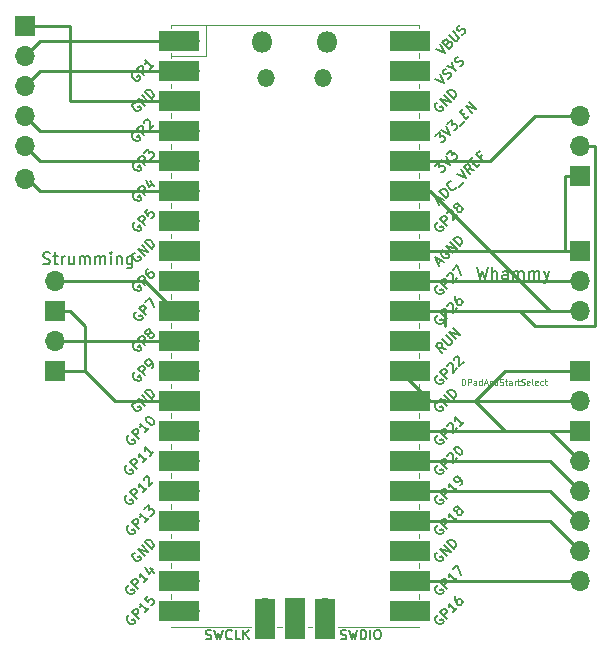
<source format=gbr>
%TF.GenerationSoftware,KiCad,Pcbnew,7.0.7*%
%TF.CreationDate,2023-08-16T20:11:19-07:00*%
%TF.ProjectId,GuitarwithGround,47756974-6172-4776-9974-6847726f756e,rev?*%
%TF.SameCoordinates,Original*%
%TF.FileFunction,Soldermask,Bot*%
%TF.FilePolarity,Negative*%
%FSLAX46Y46*%
G04 Gerber Fmt 4.6, Leading zero omitted, Abs format (unit mm)*
G04 Created by KiCad (PCBNEW 7.0.7) date 2023-08-16 20:11:19*
%MOMM*%
%LPD*%
G01*
G04 APERTURE LIST*
%ADD10R,1.700000X1.700000*%
%ADD11O,1.700000X1.700000*%
%ADD12O,1.800000X1.800000*%
%ADD13O,1.500000X1.500000*%
%TA.AperFunction,ComponentPad*%
%ADD14R,1.700000X1.700000*%
%TD*%
%TA.AperFunction,ComponentPad*%
%ADD15O,1.700000X1.700000*%
%TD*%
%TA.AperFunction,SMDPad,CuDef*%
%ADD16R,3.500000X1.700000*%
%TD*%
%TA.AperFunction,SMDPad,CuDef*%
%ADD17R,1.700000X3.500000*%
%TD*%
%TA.AperFunction,Conductor*%
%ADD18C,0.250000*%
%TD*%
%ADD19C,0.125000*%
%ADD20C,0.150000*%
%ADD21C,0.120000*%
G04 APERTURE END LIST*
D10*
%TO.C,*%
X124460000Y-100330000D03*
%TD*%
D11*
%TO.C,*%
X168910000Y-86360000D03*
%TD*%
%TO.C,*%
X168910000Y-100330000D03*
%TD*%
D10*
%TO.C,*%
X168910000Y-110490000D03*
%TD*%
D11*
%TO.C,*%
X121920000Y-81280000D03*
%TD*%
%TO.C,*%
X168910000Y-113030000D03*
%TD*%
%TO.C,*%
X124460000Y-102870000D03*
%TD*%
%TO.C,*%
X124460000Y-97790000D03*
%TD*%
D10*
%TO.C,*%
X121920000Y-76200000D03*
%TD*%
D11*
%TO.C,*%
X121920000Y-78740000D03*
%TD*%
D12*
%TO.C,REF\u002A\u002A*%
X142055000Y-77600000D03*
D13*
X142355000Y-80630000D03*
X147205000Y-80630000D03*
D12*
X147505000Y-77600000D03*
D11*
X135890000Y-77470000D03*
X135890000Y-80010000D03*
D10*
X135890000Y-82550000D03*
D11*
X135890000Y-85090000D03*
X135890000Y-87630000D03*
X135890000Y-90170000D03*
X135890000Y-92710000D03*
D10*
X135890000Y-95250000D03*
D11*
X135890000Y-97790000D03*
X135890000Y-100330000D03*
X135890000Y-102870000D03*
X135890000Y-105410000D03*
D10*
X135890000Y-107950000D03*
D11*
X135890000Y-110490000D03*
X135890000Y-113030000D03*
X135890000Y-115570000D03*
X135890000Y-118110000D03*
D10*
X135890000Y-120650000D03*
D11*
X135890000Y-123190000D03*
X135890000Y-125730000D03*
X153670000Y-125730000D03*
X153670000Y-123190000D03*
D10*
X153670000Y-120650000D03*
D11*
X153670000Y-118110000D03*
X153670000Y-115570000D03*
X153670000Y-113030000D03*
X153670000Y-110490000D03*
D10*
X153670000Y-107950000D03*
D11*
X153670000Y-105410000D03*
X153670000Y-102870000D03*
X153670000Y-100330000D03*
X153670000Y-97790000D03*
D10*
X153670000Y-95250000D03*
D11*
X153670000Y-92710000D03*
X153670000Y-90170000D03*
X153670000Y-87630000D03*
X153670000Y-85090000D03*
D10*
X153670000Y-82550000D03*
D11*
X153670000Y-80010000D03*
X153670000Y-77470000D03*
X142240000Y-125500000D03*
D10*
X144780000Y-125500000D03*
D11*
X147320000Y-125500000D03*
%TD*%
D10*
%TO.C,*%
X168910000Y-105410000D03*
%TD*%
D11*
%TO.C,*%
X168910000Y-97790000D03*
%TD*%
%TO.C,*%
X168910000Y-120650000D03*
%TD*%
%TO.C,*%
X168910000Y-107950000D03*
%TD*%
%TO.C,*%
X168953025Y-123208536D03*
%TD*%
D10*
%TO.C,*%
X124460000Y-105410000D03*
%TD*%
%TO.C,*%
X168910000Y-95250000D03*
%TD*%
D11*
%TO.C,*%
X121920000Y-78740000D03*
%TD*%
%TO.C,*%
X168910000Y-83820000D03*
%TD*%
D10*
%TO.C,*%
X168910000Y-88900000D03*
%TD*%
D11*
%TO.C,*%
X168910000Y-115570000D03*
%TD*%
%TO.C,*%
X121920000Y-83820000D03*
%TD*%
%TO.C,*%
X121920000Y-86360000D03*
%TD*%
%TO.C,*%
X121937378Y-89136238D03*
%TD*%
%TO.C,*%
X168910000Y-118110000D03*
%TD*%
D14*
%TO.P,,13*%
%TO.N,N/C*%
X124460000Y-100330000D03*
%TD*%
D15*
%TO.P,,36*%
%TO.N,N/C*%
X168910000Y-86360000D03*
%TD*%
%TO.P,,31*%
%TO.N,N/C*%
X168910000Y-100330000D03*
%TD*%
D14*
%TO.P,,28*%
%TO.N,N/C*%
X168910000Y-110490000D03*
%TD*%
D15*
%TO.P,,1*%
%TO.N,N/C*%
X121920000Y-81280000D03*
%TD*%
%TO.P,,30*%
%TO.N,N/C*%
X168910000Y-113030000D03*
%TD*%
%TO.P,,9*%
%TO.N,N/C*%
X124460000Y-102870000D03*
%TD*%
%TO.P,,9*%
%TO.N,N/C*%
X124460000Y-97790000D03*
%TD*%
D14*
%TO.P,,3*%
%TO.N,N/C*%
X121920000Y-76200000D03*
%TD*%
D15*
%TO.P,,1*%
%TO.N,N/C*%
X121920000Y-78740000D03*
%TD*%
%TO.P,REF\u002A\u002A,1*%
%TO.N,N/C*%
X135890000Y-77470000D03*
D16*
X134990000Y-77470000D03*
D15*
%TO.P,REF\u002A\u002A,2*%
X135890000Y-80010000D03*
D16*
X134990000Y-80010000D03*
D14*
%TO.P,REF\u002A\u002A,3*%
X135890000Y-82550000D03*
D16*
X134990000Y-82550000D03*
D15*
%TO.P,REF\u002A\u002A,4*%
X135890000Y-85090000D03*
D16*
X134990000Y-85090000D03*
D15*
%TO.P,REF\u002A\u002A,5*%
X135890000Y-87630000D03*
D16*
X134990000Y-87630000D03*
D15*
%TO.P,REF\u002A\u002A,6*%
X135890000Y-90170000D03*
D16*
X134990000Y-90170000D03*
D15*
%TO.P,REF\u002A\u002A,7*%
X135890000Y-92710000D03*
D16*
X134990000Y-92710000D03*
D14*
%TO.P,REF\u002A\u002A,8*%
X135890000Y-95250000D03*
D16*
X134990000Y-95250000D03*
D15*
%TO.P,REF\u002A\u002A,9*%
X135890000Y-97790000D03*
D16*
X134990000Y-97790000D03*
D15*
%TO.P,REF\u002A\u002A,10*%
X135890000Y-100330000D03*
D16*
X134990000Y-100330000D03*
D15*
%TO.P,REF\u002A\u002A,11*%
X135890000Y-102870000D03*
D16*
X134990000Y-102870000D03*
D15*
%TO.P,REF\u002A\u002A,12*%
X135890000Y-105410000D03*
D16*
X134990000Y-105410000D03*
D14*
%TO.P,REF\u002A\u002A,13*%
X135890000Y-107950000D03*
D16*
X134990000Y-107950000D03*
D15*
%TO.P,REF\u002A\u002A,14*%
X135890000Y-110490000D03*
D16*
X134990000Y-110490000D03*
D15*
%TO.P,REF\u002A\u002A,15*%
X135890000Y-113030000D03*
D16*
X134990000Y-113030000D03*
D15*
%TO.P,REF\u002A\u002A,16*%
X135890000Y-115570000D03*
D16*
X134990000Y-115570000D03*
D15*
%TO.P,REF\u002A\u002A,17*%
X135890000Y-118110000D03*
D16*
X134990000Y-118110000D03*
D14*
%TO.P,REF\u002A\u002A,18*%
X135890000Y-120650000D03*
D16*
X134990000Y-120650000D03*
D15*
%TO.P,REF\u002A\u002A,19*%
X135890000Y-123190000D03*
D16*
X134990000Y-123190000D03*
D15*
%TO.P,REF\u002A\u002A,20*%
X135890000Y-125730000D03*
D16*
X134990000Y-125730000D03*
D15*
%TO.P,REF\u002A\u002A,21*%
X153670000Y-125730000D03*
D16*
X154570000Y-125730000D03*
D15*
%TO.P,REF\u002A\u002A,22*%
X153670000Y-123190000D03*
D16*
X154570000Y-123190000D03*
D14*
%TO.P,REF\u002A\u002A,23*%
X153670000Y-120650000D03*
D16*
X154570000Y-120650000D03*
D15*
%TO.P,REF\u002A\u002A,24*%
X153670000Y-118110000D03*
D16*
X154570000Y-118110000D03*
D15*
%TO.P,REF\u002A\u002A,25*%
X153670000Y-115570000D03*
D16*
X154570000Y-115570000D03*
D15*
%TO.P,REF\u002A\u002A,26*%
X153670000Y-113030000D03*
D16*
X154570000Y-113030000D03*
D15*
%TO.P,REF\u002A\u002A,27*%
X153670000Y-110490000D03*
D16*
X154570000Y-110490000D03*
D14*
%TO.P,REF\u002A\u002A,28*%
X153670000Y-107950000D03*
D16*
X154570000Y-107950000D03*
D15*
%TO.P,REF\u002A\u002A,29*%
X153670000Y-105410000D03*
D16*
X154570000Y-105410000D03*
D15*
%TO.P,REF\u002A\u002A,30*%
X153670000Y-102870000D03*
D16*
X154570000Y-102870000D03*
D15*
%TO.P,REF\u002A\u002A,31*%
X153670000Y-100330000D03*
D16*
X154570000Y-100330000D03*
D15*
%TO.P,REF\u002A\u002A,32*%
X153670000Y-97790000D03*
D16*
X154570000Y-97790000D03*
D14*
%TO.P,REF\u002A\u002A,33*%
X153670000Y-95250000D03*
D16*
X154570000Y-95250000D03*
D15*
%TO.P,REF\u002A\u002A,34*%
X153670000Y-92710000D03*
D16*
X154570000Y-92710000D03*
D15*
%TO.P,REF\u002A\u002A,35*%
X153670000Y-90170000D03*
D16*
X154570000Y-90170000D03*
D15*
%TO.P,REF\u002A\u002A,36*%
X153670000Y-87630000D03*
D16*
X154570000Y-87630000D03*
D15*
%TO.P,REF\u002A\u002A,37*%
X153670000Y-85090000D03*
D16*
X154570000Y-85090000D03*
D14*
%TO.P,REF\u002A\u002A,38*%
X153670000Y-82550000D03*
D16*
X154570000Y-82550000D03*
D15*
%TO.P,REF\u002A\u002A,39*%
X153670000Y-80010000D03*
D16*
X154570000Y-80010000D03*
D15*
%TO.P,REF\u002A\u002A,40*%
X153670000Y-77470000D03*
D16*
X154570000Y-77470000D03*
D15*
%TO.P,REF\u002A\u002A,41*%
X142240000Y-125500000D03*
D17*
X142240000Y-126400000D03*
D14*
%TO.P,REF\u002A\u002A,42*%
X144780000Y-125500000D03*
D17*
X144780000Y-126400000D03*
D15*
%TO.P,REF\u002A\u002A,43*%
X147320000Y-125500000D03*
D17*
X147320000Y-126400000D03*
%TD*%
D14*
%TO.P,,28*%
%TO.N,N/C*%
X168910000Y-105410000D03*
%TD*%
D15*
%TO.P,,32*%
%TO.N,N/C*%
X168910000Y-97790000D03*
%TD*%
%TO.P,,30*%
%TO.N,N/C*%
X168910000Y-120650000D03*
%TD*%
%TO.P,,30*%
%TO.N,N/C*%
X168910000Y-107950000D03*
%TD*%
%TO.P,,30*%
%TO.N,N/C*%
X168953025Y-123208536D03*
%TD*%
D14*
%TO.P,,13*%
%TO.N,N/C*%
X124460000Y-105410000D03*
%TD*%
%TO.P,,28*%
%TO.N,N/C*%
X168910000Y-95250000D03*
%TD*%
D15*
%TO.P,,1*%
%TO.N,N/C*%
X121920000Y-78740000D03*
%TD*%
%TO.P,,35*%
%TO.N,N/C*%
X168910000Y-83820000D03*
%TD*%
D14*
%TO.P,,33*%
%TO.N,N/C*%
X168910000Y-88900000D03*
%TD*%
D15*
%TO.P,,30*%
%TO.N,N/C*%
X168910000Y-115570000D03*
%TD*%
%TO.P,,1*%
%TO.N,N/C*%
X121920000Y-83820000D03*
%TD*%
%TO.P,,1*%
%TO.N,N/C*%
X121920000Y-86360000D03*
%TD*%
%TO.P,,1*%
%TO.N,N/C*%
X121937378Y-89136238D03*
%TD*%
%TO.P,,30*%
%TO.N,N/C*%
X168910000Y-118110000D03*
%TD*%
D18*
%TO.N,*%
X165100000Y-83820000D02*
X168910000Y-83820000D01*
X157480000Y-100330000D02*
X168910000Y-100330000D01*
X161290000Y-87630000D02*
X165100000Y-83820000D01*
X166370000Y-110490000D02*
X168910000Y-113030000D01*
X123190000Y-87630000D02*
X121920000Y-86360000D01*
X134620000Y-100330000D02*
X132080000Y-97790000D01*
X123190000Y-77470000D02*
X121920000Y-78740000D01*
X153670000Y-95250000D02*
X167640000Y-95250000D01*
X153670000Y-113030000D02*
X166370000Y-113030000D01*
X123190000Y-80010000D02*
X121920000Y-81280000D01*
X123190000Y-90170000D02*
X121920000Y-88900000D01*
X153670000Y-105410000D02*
X156210000Y-107950000D01*
X153670000Y-87630000D02*
X161290000Y-87630000D01*
X153670000Y-110490000D02*
X166370000Y-110490000D01*
X135890000Y-87630000D02*
X123190000Y-87630000D01*
X153670000Y-123190000D02*
X168910000Y-123190000D01*
X135890000Y-90170000D02*
X123190000Y-90170000D01*
X135890000Y-80010000D02*
X123190000Y-80010000D01*
X153670000Y-118110000D02*
X166370000Y-118110000D01*
X135890000Y-85090000D02*
X123190000Y-85090000D01*
X167640000Y-95250000D02*
X168910000Y-95250000D01*
X123190000Y-85090000D02*
X121920000Y-83820000D01*
X132080000Y-97790000D02*
X124460000Y-97790000D01*
X166370000Y-118110000D02*
X168910000Y-120650000D01*
X135890000Y-77470000D02*
X123190000Y-77470000D01*
X167640000Y-88900000D02*
X168910000Y-88900000D01*
X153670000Y-115570000D02*
X166370000Y-115570000D01*
X135890000Y-102870000D02*
X124460000Y-102870000D01*
X167640000Y-95250000D02*
X167640000Y-88900000D01*
X153670000Y-97790000D02*
X168910000Y-97790000D01*
X156210000Y-107950000D02*
X168910000Y-107950000D01*
X166370000Y-113030000D02*
X168910000Y-115570000D01*
X135890000Y-100330000D02*
X134620000Y-100330000D01*
X157480000Y-101600000D02*
X157480000Y-100330000D01*
X166370000Y-115570000D02*
X168910000Y-118110000D01*
%TD*%
D14*
%TO.P,,13*%
%TO.N,N/C*%
X124460000Y-100330000D03*
%TD*%
D15*
%TO.P,,36*%
%TO.N,N/C*%
X168910000Y-86360000D03*
%TD*%
%TO.P,,31*%
%TO.N,N/C*%
X168910000Y-100330000D03*
%TD*%
D14*
%TO.P,,28*%
%TO.N,N/C*%
X168910000Y-110490000D03*
%TD*%
D15*
%TO.P,,1*%
%TO.N,N/C*%
X121920000Y-81280000D03*
%TD*%
%TO.P,,30*%
%TO.N,N/C*%
X168910000Y-113030000D03*
%TD*%
%TO.P,,9*%
%TO.N,N/C*%
X124460000Y-102870000D03*
%TD*%
%TO.P,,9*%
%TO.N,N/C*%
X124460000Y-97790000D03*
%TD*%
D14*
%TO.P,,3*%
%TO.N,N/C*%
X121920000Y-76200000D03*
%TD*%
D15*
%TO.P,,1*%
%TO.N,N/C*%
X121920000Y-78740000D03*
%TD*%
%TO.P,REF\u002A\u002A,1*%
%TO.N,N/C*%
X135890000Y-77470000D03*
%TO.P,REF\u002A\u002A,2*%
X135890000Y-80010000D03*
D14*
%TO.P,REF\u002A\u002A,3*%
X135890000Y-82550000D03*
D15*
%TO.P,REF\u002A\u002A,4*%
X135890000Y-85090000D03*
%TO.P,REF\u002A\u002A,5*%
X135890000Y-87630000D03*
%TO.P,REF\u002A\u002A,6*%
X135890000Y-90170000D03*
%TO.P,REF\u002A\u002A,7*%
X135890000Y-92710000D03*
D14*
%TO.P,REF\u002A\u002A,8*%
X135890000Y-95250000D03*
D15*
%TO.P,REF\u002A\u002A,9*%
X135890000Y-97790000D03*
%TO.P,REF\u002A\u002A,10*%
X135890000Y-100330000D03*
%TO.P,REF\u002A\u002A,11*%
X135890000Y-102870000D03*
%TO.P,REF\u002A\u002A,12*%
X135890000Y-105410000D03*
D14*
%TO.P,REF\u002A\u002A,13*%
X135890000Y-107950000D03*
D15*
%TO.P,REF\u002A\u002A,14*%
X135890000Y-110490000D03*
%TO.P,REF\u002A\u002A,15*%
X135890000Y-113030000D03*
%TO.P,REF\u002A\u002A,16*%
X135890000Y-115570000D03*
%TO.P,REF\u002A\u002A,17*%
X135890000Y-118110000D03*
D14*
%TO.P,REF\u002A\u002A,18*%
X135890000Y-120650000D03*
D15*
%TO.P,REF\u002A\u002A,19*%
X135890000Y-123190000D03*
%TO.P,REF\u002A\u002A,20*%
X135890000Y-125730000D03*
%TO.P,REF\u002A\u002A,21*%
X153670000Y-125730000D03*
%TO.P,REF\u002A\u002A,22*%
X153670000Y-123190000D03*
D14*
%TO.P,REF\u002A\u002A,23*%
X153670000Y-120650000D03*
D15*
%TO.P,REF\u002A\u002A,24*%
X153670000Y-118110000D03*
%TO.P,REF\u002A\u002A,25*%
X153670000Y-115570000D03*
%TO.P,REF\u002A\u002A,26*%
X153670000Y-113030000D03*
%TO.P,REF\u002A\u002A,27*%
X153670000Y-110490000D03*
D14*
%TO.P,REF\u002A\u002A,28*%
X153670000Y-107950000D03*
D15*
%TO.P,REF\u002A\u002A,29*%
X153670000Y-105410000D03*
%TO.P,REF\u002A\u002A,30*%
X153670000Y-102870000D03*
%TO.P,REF\u002A\u002A,31*%
X153670000Y-100330000D03*
%TO.P,REF\u002A\u002A,32*%
X153670000Y-97790000D03*
D14*
%TO.P,REF\u002A\u002A,33*%
X153670000Y-95250000D03*
D15*
%TO.P,REF\u002A\u002A,34*%
X153670000Y-92710000D03*
%TO.P,REF\u002A\u002A,35*%
X153670000Y-90170000D03*
%TO.P,REF\u002A\u002A,36*%
X153670000Y-87630000D03*
%TO.P,REF\u002A\u002A,37*%
X153670000Y-85090000D03*
D14*
%TO.P,REF\u002A\u002A,38*%
X153670000Y-82550000D03*
D15*
%TO.P,REF\u002A\u002A,39*%
X153670000Y-80010000D03*
%TO.P,REF\u002A\u002A,40*%
X153670000Y-77470000D03*
%TO.P,REF\u002A\u002A,41*%
X142240000Y-125500000D03*
D14*
%TO.P,REF\u002A\u002A,42*%
X144780000Y-125500000D03*
D15*
%TO.P,REF\u002A\u002A,43*%
X147320000Y-125500000D03*
%TD*%
D14*
%TO.P,,28*%
%TO.N,N/C*%
X168910000Y-105410000D03*
%TD*%
D15*
%TO.P,,32*%
%TO.N,N/C*%
X168910000Y-97790000D03*
%TD*%
%TO.P,,30*%
%TO.N,N/C*%
X168910000Y-120650000D03*
%TD*%
%TO.P,,30*%
%TO.N,N/C*%
X168910000Y-107950000D03*
%TD*%
%TO.P,,30*%
%TO.N,N/C*%
X168953025Y-123208536D03*
%TD*%
D14*
%TO.P,,13*%
%TO.N,N/C*%
X124460000Y-105410000D03*
%TD*%
%TO.P,,28*%
%TO.N,N/C*%
X168910000Y-95250000D03*
%TD*%
D15*
%TO.P,,1*%
%TO.N,N/C*%
X121920000Y-78740000D03*
%TD*%
%TO.P,,35*%
%TO.N,N/C*%
X168910000Y-83820000D03*
%TD*%
D14*
%TO.P,,33*%
%TO.N,N/C*%
X168910000Y-88900000D03*
%TD*%
D15*
%TO.P,,30*%
%TO.N,N/C*%
X168910000Y-115570000D03*
%TD*%
%TO.P,,1*%
%TO.N,N/C*%
X121920000Y-83820000D03*
%TD*%
%TO.P,,1*%
%TO.N,N/C*%
X121920000Y-86360000D03*
%TD*%
%TO.P,,1*%
%TO.N,N/C*%
X121937378Y-89136238D03*
%TD*%
%TO.P,,30*%
%TO.N,N/C*%
X168910000Y-118110000D03*
%TD*%
D18*
%TO.N,*%
X170180000Y-86360000D02*
X168910000Y-86360000D01*
X160020000Y-107950000D02*
X153670000Y-107950000D01*
X160020000Y-107950000D02*
X162560000Y-110490000D01*
X125730000Y-100330000D02*
X127000000Y-101600000D01*
X127000000Y-101600000D02*
X127000000Y-105410000D01*
X127000000Y-105410000D02*
X129540000Y-107950000D01*
X127000000Y-105410000D02*
X124460000Y-105410000D01*
X153670000Y-90170000D02*
X156210000Y-90170000D01*
X170180000Y-101600000D02*
X170180000Y-86360000D01*
X162560000Y-105410000D02*
X160020000Y-107950000D01*
X166370000Y-100330000D02*
X168910000Y-100330000D01*
X125730000Y-82550000D02*
X135890000Y-82550000D01*
X153670000Y-100330000D02*
X163830000Y-100330000D01*
X129540000Y-107950000D02*
X135890000Y-107950000D01*
X156210000Y-90170000D02*
X166370000Y-100330000D01*
X162560000Y-105410000D02*
X168910000Y-105410000D01*
X165100000Y-101600000D02*
X170180000Y-101600000D01*
X125730000Y-76200000D02*
X121920000Y-76200000D01*
X125730000Y-76200000D02*
X125730000Y-82550000D01*
X124460000Y-100330000D02*
X125730000Y-100330000D01*
X163830000Y-100330000D02*
X165100000Y-101600000D01*
X162560000Y-110490000D02*
X168910000Y-110490000D01*
%TD*%
D19*
X158951283Y-106612309D02*
X158951283Y-106112309D01*
X158951283Y-106112309D02*
X159070331Y-106112309D01*
X159070331Y-106112309D02*
X159141759Y-106136119D01*
X159141759Y-106136119D02*
X159189378Y-106183738D01*
X159189378Y-106183738D02*
X159213188Y-106231357D01*
X159213188Y-106231357D02*
X159236997Y-106326595D01*
X159236997Y-106326595D02*
X159236997Y-106398023D01*
X159236997Y-106398023D02*
X159213188Y-106493261D01*
X159213188Y-106493261D02*
X159189378Y-106540880D01*
X159189378Y-106540880D02*
X159141759Y-106588500D01*
X159141759Y-106588500D02*
X159070331Y-106612309D01*
X159070331Y-106612309D02*
X158951283Y-106612309D01*
X159451283Y-106612309D02*
X159451283Y-106112309D01*
X159451283Y-106112309D02*
X159641759Y-106112309D01*
X159641759Y-106112309D02*
X159689378Y-106136119D01*
X159689378Y-106136119D02*
X159713188Y-106159928D01*
X159713188Y-106159928D02*
X159736997Y-106207547D01*
X159736997Y-106207547D02*
X159736997Y-106278976D01*
X159736997Y-106278976D02*
X159713188Y-106326595D01*
X159713188Y-106326595D02*
X159689378Y-106350404D01*
X159689378Y-106350404D02*
X159641759Y-106374214D01*
X159641759Y-106374214D02*
X159451283Y-106374214D01*
X160165569Y-106612309D02*
X160165569Y-106350404D01*
X160165569Y-106350404D02*
X160141759Y-106302785D01*
X160141759Y-106302785D02*
X160094140Y-106278976D01*
X160094140Y-106278976D02*
X159998902Y-106278976D01*
X159998902Y-106278976D02*
X159951283Y-106302785D01*
X160165569Y-106588500D02*
X160117950Y-106612309D01*
X160117950Y-106612309D02*
X159998902Y-106612309D01*
X159998902Y-106612309D02*
X159951283Y-106588500D01*
X159951283Y-106588500D02*
X159927474Y-106540880D01*
X159927474Y-106540880D02*
X159927474Y-106493261D01*
X159927474Y-106493261D02*
X159951283Y-106445642D01*
X159951283Y-106445642D02*
X159998902Y-106421833D01*
X159998902Y-106421833D02*
X160117950Y-106421833D01*
X160117950Y-106421833D02*
X160165569Y-106398023D01*
X160617950Y-106612309D02*
X160617950Y-106112309D01*
X160617950Y-106588500D02*
X160570331Y-106612309D01*
X160570331Y-106612309D02*
X160475093Y-106612309D01*
X160475093Y-106612309D02*
X160427474Y-106588500D01*
X160427474Y-106588500D02*
X160403664Y-106564690D01*
X160403664Y-106564690D02*
X160379855Y-106517071D01*
X160379855Y-106517071D02*
X160379855Y-106374214D01*
X160379855Y-106374214D02*
X160403664Y-106326595D01*
X160403664Y-106326595D02*
X160427474Y-106302785D01*
X160427474Y-106302785D02*
X160475093Y-106278976D01*
X160475093Y-106278976D02*
X160570331Y-106278976D01*
X160570331Y-106278976D02*
X160617950Y-106302785D01*
X160832236Y-106469452D02*
X161070331Y-106469452D01*
X160784617Y-106612309D02*
X160951283Y-106112309D01*
X160951283Y-106112309D02*
X161117950Y-106612309D01*
X161284616Y-106278976D02*
X161284616Y-106612309D01*
X161284616Y-106326595D02*
X161308426Y-106302785D01*
X161308426Y-106302785D02*
X161356045Y-106278976D01*
X161356045Y-106278976D02*
X161427473Y-106278976D01*
X161427473Y-106278976D02*
X161475092Y-106302785D01*
X161475092Y-106302785D02*
X161498902Y-106350404D01*
X161498902Y-106350404D02*
X161498902Y-106612309D01*
X161951283Y-106612309D02*
X161951283Y-106112309D01*
X161951283Y-106588500D02*
X161903664Y-106612309D01*
X161903664Y-106612309D02*
X161808426Y-106612309D01*
X161808426Y-106612309D02*
X161760807Y-106588500D01*
X161760807Y-106588500D02*
X161736997Y-106564690D01*
X161736997Y-106564690D02*
X161713188Y-106517071D01*
X161713188Y-106517071D02*
X161713188Y-106374214D01*
X161713188Y-106374214D02*
X161736997Y-106326595D01*
X161736997Y-106326595D02*
X161760807Y-106302785D01*
X161760807Y-106302785D02*
X161808426Y-106278976D01*
X161808426Y-106278976D02*
X161903664Y-106278976D01*
X161903664Y-106278976D02*
X161951283Y-106302785D01*
X162165569Y-106588500D02*
X162236997Y-106612309D01*
X162236997Y-106612309D02*
X162356045Y-106612309D01*
X162356045Y-106612309D02*
X162403664Y-106588500D01*
X162403664Y-106588500D02*
X162427473Y-106564690D01*
X162427473Y-106564690D02*
X162451283Y-106517071D01*
X162451283Y-106517071D02*
X162451283Y-106469452D01*
X162451283Y-106469452D02*
X162427473Y-106421833D01*
X162427473Y-106421833D02*
X162403664Y-106398023D01*
X162403664Y-106398023D02*
X162356045Y-106374214D01*
X162356045Y-106374214D02*
X162260807Y-106350404D01*
X162260807Y-106350404D02*
X162213188Y-106326595D01*
X162213188Y-106326595D02*
X162189378Y-106302785D01*
X162189378Y-106302785D02*
X162165569Y-106255166D01*
X162165569Y-106255166D02*
X162165569Y-106207547D01*
X162165569Y-106207547D02*
X162189378Y-106159928D01*
X162189378Y-106159928D02*
X162213188Y-106136119D01*
X162213188Y-106136119D02*
X162260807Y-106112309D01*
X162260807Y-106112309D02*
X162379854Y-106112309D01*
X162379854Y-106112309D02*
X162451283Y-106136119D01*
X162594140Y-106278976D02*
X162784616Y-106278976D01*
X162665568Y-106112309D02*
X162665568Y-106540880D01*
X162665568Y-106540880D02*
X162689378Y-106588500D01*
X162689378Y-106588500D02*
X162736997Y-106612309D01*
X162736997Y-106612309D02*
X162784616Y-106612309D01*
X163165568Y-106612309D02*
X163165568Y-106350404D01*
X163165568Y-106350404D02*
X163141758Y-106302785D01*
X163141758Y-106302785D02*
X163094139Y-106278976D01*
X163094139Y-106278976D02*
X162998901Y-106278976D01*
X162998901Y-106278976D02*
X162951282Y-106302785D01*
X163165568Y-106588500D02*
X163117949Y-106612309D01*
X163117949Y-106612309D02*
X162998901Y-106612309D01*
X162998901Y-106612309D02*
X162951282Y-106588500D01*
X162951282Y-106588500D02*
X162927473Y-106540880D01*
X162927473Y-106540880D02*
X162927473Y-106493261D01*
X162927473Y-106493261D02*
X162951282Y-106445642D01*
X162951282Y-106445642D02*
X162998901Y-106421833D01*
X162998901Y-106421833D02*
X163117949Y-106421833D01*
X163117949Y-106421833D02*
X163165568Y-106398023D01*
X163403663Y-106612309D02*
X163403663Y-106278976D01*
X163403663Y-106374214D02*
X163427473Y-106326595D01*
X163427473Y-106326595D02*
X163451282Y-106302785D01*
X163451282Y-106302785D02*
X163498901Y-106278976D01*
X163498901Y-106278976D02*
X163546520Y-106278976D01*
X163641759Y-106278976D02*
X163832235Y-106278976D01*
X163713187Y-106112309D02*
X163713187Y-106540880D01*
X163713187Y-106540880D02*
X163736997Y-106588500D01*
X163736997Y-106588500D02*
X163784616Y-106612309D01*
X163784616Y-106612309D02*
X163832235Y-106612309D01*
X163975092Y-106588500D02*
X164046520Y-106612309D01*
X164046520Y-106612309D02*
X164165568Y-106612309D01*
X164165568Y-106612309D02*
X164213187Y-106588500D01*
X164213187Y-106588500D02*
X164236996Y-106564690D01*
X164236996Y-106564690D02*
X164260806Y-106517071D01*
X164260806Y-106517071D02*
X164260806Y-106469452D01*
X164260806Y-106469452D02*
X164236996Y-106421833D01*
X164236996Y-106421833D02*
X164213187Y-106398023D01*
X164213187Y-106398023D02*
X164165568Y-106374214D01*
X164165568Y-106374214D02*
X164070330Y-106350404D01*
X164070330Y-106350404D02*
X164022711Y-106326595D01*
X164022711Y-106326595D02*
X163998901Y-106302785D01*
X163998901Y-106302785D02*
X163975092Y-106255166D01*
X163975092Y-106255166D02*
X163975092Y-106207547D01*
X163975092Y-106207547D02*
X163998901Y-106159928D01*
X163998901Y-106159928D02*
X164022711Y-106136119D01*
X164022711Y-106136119D02*
X164070330Y-106112309D01*
X164070330Y-106112309D02*
X164189377Y-106112309D01*
X164189377Y-106112309D02*
X164260806Y-106136119D01*
X164665567Y-106588500D02*
X164617948Y-106612309D01*
X164617948Y-106612309D02*
X164522710Y-106612309D01*
X164522710Y-106612309D02*
X164475091Y-106588500D01*
X164475091Y-106588500D02*
X164451282Y-106540880D01*
X164451282Y-106540880D02*
X164451282Y-106350404D01*
X164451282Y-106350404D02*
X164475091Y-106302785D01*
X164475091Y-106302785D02*
X164522710Y-106278976D01*
X164522710Y-106278976D02*
X164617948Y-106278976D01*
X164617948Y-106278976D02*
X164665567Y-106302785D01*
X164665567Y-106302785D02*
X164689377Y-106350404D01*
X164689377Y-106350404D02*
X164689377Y-106398023D01*
X164689377Y-106398023D02*
X164451282Y-106445642D01*
X164975091Y-106612309D02*
X164927472Y-106588500D01*
X164927472Y-106588500D02*
X164903662Y-106540880D01*
X164903662Y-106540880D02*
X164903662Y-106112309D01*
X165356043Y-106588500D02*
X165308424Y-106612309D01*
X165308424Y-106612309D02*
X165213186Y-106612309D01*
X165213186Y-106612309D02*
X165165567Y-106588500D01*
X165165567Y-106588500D02*
X165141758Y-106540880D01*
X165141758Y-106540880D02*
X165141758Y-106350404D01*
X165141758Y-106350404D02*
X165165567Y-106302785D01*
X165165567Y-106302785D02*
X165213186Y-106278976D01*
X165213186Y-106278976D02*
X165308424Y-106278976D01*
X165308424Y-106278976D02*
X165356043Y-106302785D01*
X165356043Y-106302785D02*
X165379853Y-106350404D01*
X165379853Y-106350404D02*
X165379853Y-106398023D01*
X165379853Y-106398023D02*
X165141758Y-106445642D01*
X165808424Y-106588500D02*
X165760805Y-106612309D01*
X165760805Y-106612309D02*
X165665567Y-106612309D01*
X165665567Y-106612309D02*
X165617948Y-106588500D01*
X165617948Y-106588500D02*
X165594138Y-106564690D01*
X165594138Y-106564690D02*
X165570329Y-106517071D01*
X165570329Y-106517071D02*
X165570329Y-106374214D01*
X165570329Y-106374214D02*
X165594138Y-106326595D01*
X165594138Y-106326595D02*
X165617948Y-106302785D01*
X165617948Y-106302785D02*
X165665567Y-106278976D01*
X165665567Y-106278976D02*
X165760805Y-106278976D01*
X165760805Y-106278976D02*
X165808424Y-106302785D01*
X165951281Y-106278976D02*
X166141757Y-106278976D01*
X166022709Y-106112309D02*
X166022709Y-106540880D01*
X166022709Y-106540880D02*
X166046519Y-106588500D01*
X166046519Y-106588500D02*
X166094138Y-106612309D01*
X166094138Y-106612309D02*
X166141757Y-106612309D01*
D20*
X160261541Y-96659819D02*
X160499636Y-97659819D01*
X160499636Y-97659819D02*
X160690112Y-96945533D01*
X160690112Y-96945533D02*
X160880588Y-97659819D01*
X160880588Y-97659819D02*
X161118684Y-96659819D01*
X161499636Y-97659819D02*
X161499636Y-96659819D01*
X161928207Y-97659819D02*
X161928207Y-97136009D01*
X161928207Y-97136009D02*
X161880588Y-97040771D01*
X161880588Y-97040771D02*
X161785350Y-96993152D01*
X161785350Y-96993152D02*
X161642493Y-96993152D01*
X161642493Y-96993152D02*
X161547255Y-97040771D01*
X161547255Y-97040771D02*
X161499636Y-97088390D01*
X162832969Y-97659819D02*
X162832969Y-97136009D01*
X162832969Y-97136009D02*
X162785350Y-97040771D01*
X162785350Y-97040771D02*
X162690112Y-96993152D01*
X162690112Y-96993152D02*
X162499636Y-96993152D01*
X162499636Y-96993152D02*
X162404398Y-97040771D01*
X162832969Y-97612200D02*
X162737731Y-97659819D01*
X162737731Y-97659819D02*
X162499636Y-97659819D01*
X162499636Y-97659819D02*
X162404398Y-97612200D01*
X162404398Y-97612200D02*
X162356779Y-97516961D01*
X162356779Y-97516961D02*
X162356779Y-97421723D01*
X162356779Y-97421723D02*
X162404398Y-97326485D01*
X162404398Y-97326485D02*
X162499636Y-97278866D01*
X162499636Y-97278866D02*
X162737731Y-97278866D01*
X162737731Y-97278866D02*
X162832969Y-97231247D01*
X163309160Y-97659819D02*
X163309160Y-96993152D01*
X163309160Y-97088390D02*
X163356779Y-97040771D01*
X163356779Y-97040771D02*
X163452017Y-96993152D01*
X163452017Y-96993152D02*
X163594874Y-96993152D01*
X163594874Y-96993152D02*
X163690112Y-97040771D01*
X163690112Y-97040771D02*
X163737731Y-97136009D01*
X163737731Y-97136009D02*
X163737731Y-97659819D01*
X163737731Y-97136009D02*
X163785350Y-97040771D01*
X163785350Y-97040771D02*
X163880588Y-96993152D01*
X163880588Y-96993152D02*
X164023445Y-96993152D01*
X164023445Y-96993152D02*
X164118684Y-97040771D01*
X164118684Y-97040771D02*
X164166303Y-97136009D01*
X164166303Y-97136009D02*
X164166303Y-97659819D01*
X164642493Y-97659819D02*
X164642493Y-96993152D01*
X164642493Y-97088390D02*
X164690112Y-97040771D01*
X164690112Y-97040771D02*
X164785350Y-96993152D01*
X164785350Y-96993152D02*
X164928207Y-96993152D01*
X164928207Y-96993152D02*
X165023445Y-97040771D01*
X165023445Y-97040771D02*
X165071064Y-97136009D01*
X165071064Y-97136009D02*
X165071064Y-97659819D01*
X165071064Y-97136009D02*
X165118683Y-97040771D01*
X165118683Y-97040771D02*
X165213921Y-96993152D01*
X165213921Y-96993152D02*
X165356778Y-96993152D01*
X165356778Y-96993152D02*
X165452017Y-97040771D01*
X165452017Y-97040771D02*
X165499636Y-97136009D01*
X165499636Y-97136009D02*
X165499636Y-97659819D01*
X165880588Y-96993152D02*
X166118683Y-97659819D01*
X166356778Y-96993152D02*
X166118683Y-97659819D01*
X166118683Y-97659819D02*
X166023445Y-97897914D01*
X166023445Y-97897914D02*
X165975826Y-97945533D01*
X165975826Y-97945533D02*
X165880588Y-97993152D01*
X123479160Y-96342200D02*
X123622017Y-96389819D01*
X123622017Y-96389819D02*
X123860112Y-96389819D01*
X123860112Y-96389819D02*
X123955350Y-96342200D01*
X123955350Y-96342200D02*
X124002969Y-96294580D01*
X124002969Y-96294580D02*
X124050588Y-96199342D01*
X124050588Y-96199342D02*
X124050588Y-96104104D01*
X124050588Y-96104104D02*
X124002969Y-96008866D01*
X124002969Y-96008866D02*
X123955350Y-95961247D01*
X123955350Y-95961247D02*
X123860112Y-95913628D01*
X123860112Y-95913628D02*
X123669636Y-95866009D01*
X123669636Y-95866009D02*
X123574398Y-95818390D01*
X123574398Y-95818390D02*
X123526779Y-95770771D01*
X123526779Y-95770771D02*
X123479160Y-95675533D01*
X123479160Y-95675533D02*
X123479160Y-95580295D01*
X123479160Y-95580295D02*
X123526779Y-95485057D01*
X123526779Y-95485057D02*
X123574398Y-95437438D01*
X123574398Y-95437438D02*
X123669636Y-95389819D01*
X123669636Y-95389819D02*
X123907731Y-95389819D01*
X123907731Y-95389819D02*
X124050588Y-95437438D01*
X124336303Y-95723152D02*
X124717255Y-95723152D01*
X124479160Y-95389819D02*
X124479160Y-96246961D01*
X124479160Y-96246961D02*
X124526779Y-96342200D01*
X124526779Y-96342200D02*
X124622017Y-96389819D01*
X124622017Y-96389819D02*
X124717255Y-96389819D01*
X125050589Y-96389819D02*
X125050589Y-95723152D01*
X125050589Y-95913628D02*
X125098208Y-95818390D01*
X125098208Y-95818390D02*
X125145827Y-95770771D01*
X125145827Y-95770771D02*
X125241065Y-95723152D01*
X125241065Y-95723152D02*
X125336303Y-95723152D01*
X126098208Y-95723152D02*
X126098208Y-96389819D01*
X125669637Y-95723152D02*
X125669637Y-96246961D01*
X125669637Y-96246961D02*
X125717256Y-96342200D01*
X125717256Y-96342200D02*
X125812494Y-96389819D01*
X125812494Y-96389819D02*
X125955351Y-96389819D01*
X125955351Y-96389819D02*
X126050589Y-96342200D01*
X126050589Y-96342200D02*
X126098208Y-96294580D01*
X126574399Y-96389819D02*
X126574399Y-95723152D01*
X126574399Y-95818390D02*
X126622018Y-95770771D01*
X126622018Y-95770771D02*
X126717256Y-95723152D01*
X126717256Y-95723152D02*
X126860113Y-95723152D01*
X126860113Y-95723152D02*
X126955351Y-95770771D01*
X126955351Y-95770771D02*
X127002970Y-95866009D01*
X127002970Y-95866009D02*
X127002970Y-96389819D01*
X127002970Y-95866009D02*
X127050589Y-95770771D01*
X127050589Y-95770771D02*
X127145827Y-95723152D01*
X127145827Y-95723152D02*
X127288684Y-95723152D01*
X127288684Y-95723152D02*
X127383923Y-95770771D01*
X127383923Y-95770771D02*
X127431542Y-95866009D01*
X127431542Y-95866009D02*
X127431542Y-96389819D01*
X127907732Y-96389819D02*
X127907732Y-95723152D01*
X127907732Y-95818390D02*
X127955351Y-95770771D01*
X127955351Y-95770771D02*
X128050589Y-95723152D01*
X128050589Y-95723152D02*
X128193446Y-95723152D01*
X128193446Y-95723152D02*
X128288684Y-95770771D01*
X128288684Y-95770771D02*
X128336303Y-95866009D01*
X128336303Y-95866009D02*
X128336303Y-96389819D01*
X128336303Y-95866009D02*
X128383922Y-95770771D01*
X128383922Y-95770771D02*
X128479160Y-95723152D01*
X128479160Y-95723152D02*
X128622017Y-95723152D01*
X128622017Y-95723152D02*
X128717256Y-95770771D01*
X128717256Y-95770771D02*
X128764875Y-95866009D01*
X128764875Y-95866009D02*
X128764875Y-96389819D01*
X129241065Y-96389819D02*
X129241065Y-95723152D01*
X129241065Y-95389819D02*
X129193446Y-95437438D01*
X129193446Y-95437438D02*
X129241065Y-95485057D01*
X129241065Y-95485057D02*
X129288684Y-95437438D01*
X129288684Y-95437438D02*
X129241065Y-95389819D01*
X129241065Y-95389819D02*
X129241065Y-95485057D01*
X129717255Y-95723152D02*
X129717255Y-96389819D01*
X129717255Y-95818390D02*
X129764874Y-95770771D01*
X129764874Y-95770771D02*
X129860112Y-95723152D01*
X129860112Y-95723152D02*
X130002969Y-95723152D01*
X130002969Y-95723152D02*
X130098207Y-95770771D01*
X130098207Y-95770771D02*
X130145826Y-95866009D01*
X130145826Y-95866009D02*
X130145826Y-96389819D01*
X131050588Y-95723152D02*
X131050588Y-96532676D01*
X131050588Y-96532676D02*
X131002969Y-96627914D01*
X131002969Y-96627914D02*
X130955350Y-96675533D01*
X130955350Y-96675533D02*
X130860112Y-96723152D01*
X130860112Y-96723152D02*
X130717255Y-96723152D01*
X130717255Y-96723152D02*
X130622017Y-96675533D01*
X131050588Y-96342200D02*
X130955350Y-96389819D01*
X130955350Y-96389819D02*
X130764874Y-96389819D01*
X130764874Y-96389819D02*
X130669636Y-96342200D01*
X130669636Y-96342200D02*
X130622017Y-96294580D01*
X130622017Y-96294580D02*
X130574398Y-96199342D01*
X130574398Y-96199342D02*
X130574398Y-95913628D01*
X130574398Y-95913628D02*
X130622017Y-95818390D01*
X130622017Y-95818390D02*
X130669636Y-95770771D01*
X130669636Y-95770771D02*
X130764874Y-95723152D01*
X130764874Y-95723152D02*
X130955350Y-95723152D01*
X130955350Y-95723152D02*
X131050588Y-95770771D01*
X131266435Y-120798431D02*
X131185623Y-120825368D01*
X131185623Y-120825368D02*
X131104811Y-120906180D01*
X131104811Y-120906180D02*
X131050936Y-121013930D01*
X131050936Y-121013930D02*
X131050936Y-121121680D01*
X131050936Y-121121680D02*
X131077873Y-121202492D01*
X131077873Y-121202492D02*
X131158685Y-121337179D01*
X131158685Y-121337179D02*
X131239498Y-121417991D01*
X131239498Y-121417991D02*
X131374185Y-121498803D01*
X131374185Y-121498803D02*
X131454997Y-121525741D01*
X131454997Y-121525741D02*
X131562746Y-121525741D01*
X131562746Y-121525741D02*
X131670496Y-121471866D01*
X131670496Y-121471866D02*
X131724371Y-121417991D01*
X131724371Y-121417991D02*
X131778246Y-121310241D01*
X131778246Y-121310241D02*
X131778246Y-121256367D01*
X131778246Y-121256367D02*
X131589684Y-121067805D01*
X131589684Y-121067805D02*
X131481934Y-121175554D01*
X132074557Y-121067805D02*
X131508872Y-120502119D01*
X131508872Y-120502119D02*
X132397806Y-120744556D01*
X132397806Y-120744556D02*
X131832120Y-120178871D01*
X132667180Y-120475182D02*
X132101494Y-119909497D01*
X132101494Y-119909497D02*
X132236181Y-119774810D01*
X132236181Y-119774810D02*
X132343931Y-119720935D01*
X132343931Y-119720935D02*
X132451680Y-119720935D01*
X132451680Y-119720935D02*
X132532493Y-119747872D01*
X132532493Y-119747872D02*
X132667180Y-119828685D01*
X132667180Y-119828685D02*
X132747992Y-119909497D01*
X132747992Y-119909497D02*
X132828804Y-120044184D01*
X132828804Y-120044184D02*
X132855741Y-120124996D01*
X132855741Y-120124996D02*
X132855741Y-120232746D01*
X132855741Y-120232746D02*
X132801867Y-120340495D01*
X132801867Y-120340495D02*
X132667180Y-120475182D01*
X156702407Y-85558584D02*
X157052593Y-85208398D01*
X157052593Y-85208398D02*
X157079531Y-85612459D01*
X157079531Y-85612459D02*
X157160343Y-85531646D01*
X157160343Y-85531646D02*
X157241155Y-85504709D01*
X157241155Y-85504709D02*
X157295030Y-85504709D01*
X157295030Y-85504709D02*
X157375842Y-85531646D01*
X157375842Y-85531646D02*
X157510529Y-85666333D01*
X157510529Y-85666333D02*
X157537467Y-85747146D01*
X157537467Y-85747146D02*
X157537467Y-85801020D01*
X157537467Y-85801020D02*
X157510529Y-85881833D01*
X157510529Y-85881833D02*
X157348905Y-86043457D01*
X157348905Y-86043457D02*
X157268093Y-86070394D01*
X157268093Y-86070394D02*
X157214218Y-86070394D01*
X157214218Y-85046773D02*
X157968465Y-85423897D01*
X157968465Y-85423897D02*
X157591342Y-84669649D01*
X157726028Y-84534963D02*
X158076215Y-84184776D01*
X158076215Y-84184776D02*
X158103152Y-84588837D01*
X158103152Y-84588837D02*
X158183964Y-84508025D01*
X158183964Y-84508025D02*
X158264776Y-84481088D01*
X158264776Y-84481088D02*
X158318651Y-84481088D01*
X158318651Y-84481088D02*
X158399464Y-84508025D01*
X158399464Y-84508025D02*
X158534151Y-84642712D01*
X158534151Y-84642712D02*
X158561088Y-84723524D01*
X158561088Y-84723524D02*
X158561088Y-84777399D01*
X158561088Y-84777399D02*
X158534151Y-84858211D01*
X158534151Y-84858211D02*
X158372526Y-85019836D01*
X158372526Y-85019836D02*
X158291714Y-85046773D01*
X158291714Y-85046773D02*
X158237839Y-85046773D01*
X158803525Y-84696587D02*
X159234523Y-84265588D01*
X159019024Y-83780715D02*
X159207586Y-83592153D01*
X159584709Y-83807652D02*
X159315335Y-84077026D01*
X159315335Y-84077026D02*
X158749650Y-83511341D01*
X158749650Y-83511341D02*
X159019024Y-83241967D01*
X159827146Y-83565215D02*
X159261461Y-82999530D01*
X159261461Y-82999530D02*
X160150395Y-83241967D01*
X160150395Y-83241967D02*
X159584710Y-82676281D01*
X137270475Y-128124200D02*
X137384761Y-128162295D01*
X137384761Y-128162295D02*
X137575237Y-128162295D01*
X137575237Y-128162295D02*
X137651428Y-128124200D01*
X137651428Y-128124200D02*
X137689523Y-128086104D01*
X137689523Y-128086104D02*
X137727618Y-128009914D01*
X137727618Y-128009914D02*
X137727618Y-127933723D01*
X137727618Y-127933723D02*
X137689523Y-127857533D01*
X137689523Y-127857533D02*
X137651428Y-127819438D01*
X137651428Y-127819438D02*
X137575237Y-127781342D01*
X137575237Y-127781342D02*
X137422856Y-127743247D01*
X137422856Y-127743247D02*
X137346666Y-127705152D01*
X137346666Y-127705152D02*
X137308571Y-127667057D01*
X137308571Y-127667057D02*
X137270475Y-127590866D01*
X137270475Y-127590866D02*
X137270475Y-127514676D01*
X137270475Y-127514676D02*
X137308571Y-127438485D01*
X137308571Y-127438485D02*
X137346666Y-127400390D01*
X137346666Y-127400390D02*
X137422856Y-127362295D01*
X137422856Y-127362295D02*
X137613333Y-127362295D01*
X137613333Y-127362295D02*
X137727618Y-127400390D01*
X137994285Y-127362295D02*
X138184761Y-128162295D01*
X138184761Y-128162295D02*
X138337142Y-127590866D01*
X138337142Y-127590866D02*
X138489523Y-128162295D01*
X138489523Y-128162295D02*
X138680000Y-127362295D01*
X139441905Y-128086104D02*
X139403809Y-128124200D01*
X139403809Y-128124200D02*
X139289524Y-128162295D01*
X139289524Y-128162295D02*
X139213333Y-128162295D01*
X139213333Y-128162295D02*
X139099047Y-128124200D01*
X139099047Y-128124200D02*
X139022857Y-128048009D01*
X139022857Y-128048009D02*
X138984762Y-127971819D01*
X138984762Y-127971819D02*
X138946666Y-127819438D01*
X138946666Y-127819438D02*
X138946666Y-127705152D01*
X138946666Y-127705152D02*
X138984762Y-127552771D01*
X138984762Y-127552771D02*
X139022857Y-127476580D01*
X139022857Y-127476580D02*
X139099047Y-127400390D01*
X139099047Y-127400390D02*
X139213333Y-127362295D01*
X139213333Y-127362295D02*
X139289524Y-127362295D01*
X139289524Y-127362295D02*
X139403809Y-127400390D01*
X139403809Y-127400390D02*
X139441905Y-127438485D01*
X140165714Y-128162295D02*
X139784762Y-128162295D01*
X139784762Y-128162295D02*
X139784762Y-127362295D01*
X140432381Y-128162295D02*
X140432381Y-127362295D01*
X140889524Y-128162295D02*
X140546666Y-127705152D01*
X140889524Y-127362295D02*
X140432381Y-127819438D01*
X131393372Y-100421494D02*
X131312560Y-100448431D01*
X131312560Y-100448431D02*
X131231748Y-100529243D01*
X131231748Y-100529243D02*
X131177873Y-100636993D01*
X131177873Y-100636993D02*
X131177873Y-100744742D01*
X131177873Y-100744742D02*
X131204810Y-100825555D01*
X131204810Y-100825555D02*
X131285623Y-100960242D01*
X131285623Y-100960242D02*
X131366435Y-101041054D01*
X131366435Y-101041054D02*
X131501122Y-101121866D01*
X131501122Y-101121866D02*
X131581934Y-101148803D01*
X131581934Y-101148803D02*
X131689684Y-101148803D01*
X131689684Y-101148803D02*
X131797433Y-101094929D01*
X131797433Y-101094929D02*
X131851308Y-101041054D01*
X131851308Y-101041054D02*
X131905183Y-100933304D01*
X131905183Y-100933304D02*
X131905183Y-100879429D01*
X131905183Y-100879429D02*
X131716621Y-100690868D01*
X131716621Y-100690868D02*
X131608871Y-100798617D01*
X132201494Y-100690868D02*
X131635809Y-100125182D01*
X131635809Y-100125182D02*
X131851308Y-99909683D01*
X131851308Y-99909683D02*
X131932120Y-99882746D01*
X131932120Y-99882746D02*
X131985995Y-99882746D01*
X131985995Y-99882746D02*
X132066807Y-99909683D01*
X132066807Y-99909683D02*
X132147619Y-99990495D01*
X132147619Y-99990495D02*
X132174557Y-100071307D01*
X132174557Y-100071307D02*
X132174557Y-100125182D01*
X132174557Y-100125182D02*
X132147619Y-100205994D01*
X132147619Y-100205994D02*
X131932120Y-100421494D01*
X132147619Y-99613372D02*
X132524743Y-99236248D01*
X132524743Y-99236248D02*
X132847992Y-100044370D01*
X131293372Y-102991494D02*
X131212560Y-103018431D01*
X131212560Y-103018431D02*
X131131748Y-103099243D01*
X131131748Y-103099243D02*
X131077873Y-103206993D01*
X131077873Y-103206993D02*
X131077873Y-103314742D01*
X131077873Y-103314742D02*
X131104810Y-103395555D01*
X131104810Y-103395555D02*
X131185623Y-103530242D01*
X131185623Y-103530242D02*
X131266435Y-103611054D01*
X131266435Y-103611054D02*
X131401122Y-103691866D01*
X131401122Y-103691866D02*
X131481934Y-103718803D01*
X131481934Y-103718803D02*
X131589684Y-103718803D01*
X131589684Y-103718803D02*
X131697433Y-103664929D01*
X131697433Y-103664929D02*
X131751308Y-103611054D01*
X131751308Y-103611054D02*
X131805183Y-103503304D01*
X131805183Y-103503304D02*
X131805183Y-103449429D01*
X131805183Y-103449429D02*
X131616621Y-103260868D01*
X131616621Y-103260868D02*
X131508871Y-103368617D01*
X132101494Y-103260868D02*
X131535809Y-102695182D01*
X131535809Y-102695182D02*
X131751308Y-102479683D01*
X131751308Y-102479683D02*
X131832120Y-102452746D01*
X131832120Y-102452746D02*
X131885995Y-102452746D01*
X131885995Y-102452746D02*
X131966807Y-102479683D01*
X131966807Y-102479683D02*
X132047619Y-102560495D01*
X132047619Y-102560495D02*
X132074557Y-102641307D01*
X132074557Y-102641307D02*
X132074557Y-102695182D01*
X132074557Y-102695182D02*
X132047619Y-102775994D01*
X132047619Y-102775994D02*
X131832120Y-102991494D01*
X132424743Y-102291121D02*
X132343931Y-102318059D01*
X132343931Y-102318059D02*
X132290056Y-102318059D01*
X132290056Y-102318059D02*
X132209244Y-102291121D01*
X132209244Y-102291121D02*
X132182306Y-102264184D01*
X132182306Y-102264184D02*
X132155369Y-102183372D01*
X132155369Y-102183372D02*
X132155369Y-102129497D01*
X132155369Y-102129497D02*
X132182306Y-102048685D01*
X132182306Y-102048685D02*
X132290056Y-101940935D01*
X132290056Y-101940935D02*
X132370868Y-101913998D01*
X132370868Y-101913998D02*
X132424743Y-101913998D01*
X132424743Y-101913998D02*
X132505555Y-101940935D01*
X132505555Y-101940935D02*
X132532493Y-101967872D01*
X132532493Y-101967872D02*
X132559430Y-102048685D01*
X132559430Y-102048685D02*
X132559430Y-102102559D01*
X132559430Y-102102559D02*
X132532493Y-102183372D01*
X132532493Y-102183372D02*
X132424743Y-102291121D01*
X132424743Y-102291121D02*
X132397806Y-102371933D01*
X132397806Y-102371933D02*
X132397806Y-102425808D01*
X132397806Y-102425808D02*
X132424743Y-102506620D01*
X132424743Y-102506620D02*
X132532493Y-102614370D01*
X132532493Y-102614370D02*
X132613305Y-102641307D01*
X132613305Y-102641307D02*
X132667180Y-102641307D01*
X132667180Y-102641307D02*
X132747992Y-102614370D01*
X132747992Y-102614370D02*
X132855741Y-102506620D01*
X132855741Y-102506620D02*
X132882679Y-102425808D01*
X132882679Y-102425808D02*
X132882679Y-102371933D01*
X132882679Y-102371933D02*
X132855741Y-102291121D01*
X132855741Y-102291121D02*
X132747992Y-102183372D01*
X132747992Y-102183372D02*
X132667180Y-102156434D01*
X132667180Y-102156434D02*
X132613305Y-102156434D01*
X132613305Y-102156434D02*
X132532493Y-102183372D01*
X156700749Y-80670242D02*
X157454996Y-81047366D01*
X157454996Y-81047366D02*
X157077873Y-80293118D01*
X157778245Y-80670242D02*
X157885995Y-80616367D01*
X157885995Y-80616367D02*
X158020682Y-80481680D01*
X158020682Y-80481680D02*
X158047619Y-80400868D01*
X158047619Y-80400868D02*
X158047619Y-80346993D01*
X158047619Y-80346993D02*
X158020682Y-80266181D01*
X158020682Y-80266181D02*
X157966807Y-80212306D01*
X157966807Y-80212306D02*
X157885995Y-80185369D01*
X157885995Y-80185369D02*
X157832120Y-80185369D01*
X157832120Y-80185369D02*
X157751308Y-80212306D01*
X157751308Y-80212306D02*
X157616621Y-80293118D01*
X157616621Y-80293118D02*
X157535808Y-80320056D01*
X157535808Y-80320056D02*
X157481934Y-80320056D01*
X157481934Y-80320056D02*
X157401121Y-80293118D01*
X157401121Y-80293118D02*
X157347247Y-80239244D01*
X157347247Y-80239244D02*
X157320309Y-80158431D01*
X157320309Y-80158431D02*
X157320309Y-80104557D01*
X157320309Y-80104557D02*
X157347247Y-80023744D01*
X157347247Y-80023744D02*
X157481934Y-79889057D01*
X157481934Y-79889057D02*
X157589683Y-79835183D01*
X158209244Y-79754370D02*
X158478618Y-80023744D01*
X157724370Y-79646621D02*
X158209244Y-79754370D01*
X158209244Y-79754370D02*
X158101494Y-79269497D01*
X158801866Y-79646621D02*
X158909616Y-79592746D01*
X158909616Y-79592746D02*
X159044303Y-79458059D01*
X159044303Y-79458059D02*
X159071240Y-79377247D01*
X159071240Y-79377247D02*
X159071240Y-79323372D01*
X159071240Y-79323372D02*
X159044303Y-79242560D01*
X159044303Y-79242560D02*
X158990428Y-79188685D01*
X158990428Y-79188685D02*
X158909616Y-79161748D01*
X158909616Y-79161748D02*
X158855741Y-79161748D01*
X158855741Y-79161748D02*
X158774929Y-79188685D01*
X158774929Y-79188685D02*
X158640242Y-79269497D01*
X158640242Y-79269497D02*
X158559430Y-79296435D01*
X158559430Y-79296435D02*
X158505555Y-79296435D01*
X158505555Y-79296435D02*
X158424743Y-79269497D01*
X158424743Y-79269497D02*
X158370868Y-79215622D01*
X158370868Y-79215622D02*
X158343930Y-79134810D01*
X158343930Y-79134810D02*
X158343930Y-79080935D01*
X158343930Y-79080935D02*
X158370868Y-79000123D01*
X158370868Y-79000123D02*
X158505555Y-78865436D01*
X158505555Y-78865436D02*
X158613304Y-78811561D01*
X131293372Y-97911494D02*
X131212560Y-97938431D01*
X131212560Y-97938431D02*
X131131748Y-98019243D01*
X131131748Y-98019243D02*
X131077873Y-98126993D01*
X131077873Y-98126993D02*
X131077873Y-98234742D01*
X131077873Y-98234742D02*
X131104810Y-98315555D01*
X131104810Y-98315555D02*
X131185623Y-98450242D01*
X131185623Y-98450242D02*
X131266435Y-98531054D01*
X131266435Y-98531054D02*
X131401122Y-98611866D01*
X131401122Y-98611866D02*
X131481934Y-98638803D01*
X131481934Y-98638803D02*
X131589684Y-98638803D01*
X131589684Y-98638803D02*
X131697433Y-98584929D01*
X131697433Y-98584929D02*
X131751308Y-98531054D01*
X131751308Y-98531054D02*
X131805183Y-98423304D01*
X131805183Y-98423304D02*
X131805183Y-98369429D01*
X131805183Y-98369429D02*
X131616621Y-98180868D01*
X131616621Y-98180868D02*
X131508871Y-98288617D01*
X132101494Y-98180868D02*
X131535809Y-97615182D01*
X131535809Y-97615182D02*
X131751308Y-97399683D01*
X131751308Y-97399683D02*
X131832120Y-97372746D01*
X131832120Y-97372746D02*
X131885995Y-97372746D01*
X131885995Y-97372746D02*
X131966807Y-97399683D01*
X131966807Y-97399683D02*
X132047619Y-97480495D01*
X132047619Y-97480495D02*
X132074557Y-97561307D01*
X132074557Y-97561307D02*
X132074557Y-97615182D01*
X132074557Y-97615182D02*
X132047619Y-97695994D01*
X132047619Y-97695994D02*
X131832120Y-97911494D01*
X132343931Y-96807060D02*
X132236181Y-96914810D01*
X132236181Y-96914810D02*
X132209244Y-96995622D01*
X132209244Y-96995622D02*
X132209244Y-97049497D01*
X132209244Y-97049497D02*
X132236181Y-97184184D01*
X132236181Y-97184184D02*
X132316993Y-97318871D01*
X132316993Y-97318871D02*
X132532493Y-97534370D01*
X132532493Y-97534370D02*
X132613305Y-97561307D01*
X132613305Y-97561307D02*
X132667180Y-97561307D01*
X132667180Y-97561307D02*
X132747992Y-97534370D01*
X132747992Y-97534370D02*
X132855741Y-97426620D01*
X132855741Y-97426620D02*
X132882679Y-97345808D01*
X132882679Y-97345808D02*
X132882679Y-97291933D01*
X132882679Y-97291933D02*
X132855741Y-97211121D01*
X132855741Y-97211121D02*
X132721054Y-97076434D01*
X132721054Y-97076434D02*
X132640242Y-97049497D01*
X132640242Y-97049497D02*
X132586367Y-97049497D01*
X132586367Y-97049497D02*
X132505555Y-97076434D01*
X132505555Y-97076434D02*
X132397806Y-97184184D01*
X132397806Y-97184184D02*
X132370868Y-97264996D01*
X132370868Y-97264996D02*
X132370868Y-97318871D01*
X132370868Y-97318871D02*
X132397806Y-97399683D01*
X131293372Y-90291494D02*
X131212560Y-90318431D01*
X131212560Y-90318431D02*
X131131748Y-90399243D01*
X131131748Y-90399243D02*
X131077873Y-90506993D01*
X131077873Y-90506993D02*
X131077873Y-90614742D01*
X131077873Y-90614742D02*
X131104810Y-90695555D01*
X131104810Y-90695555D02*
X131185623Y-90830242D01*
X131185623Y-90830242D02*
X131266435Y-90911054D01*
X131266435Y-90911054D02*
X131401122Y-90991866D01*
X131401122Y-90991866D02*
X131481934Y-91018803D01*
X131481934Y-91018803D02*
X131589684Y-91018803D01*
X131589684Y-91018803D02*
X131697433Y-90964929D01*
X131697433Y-90964929D02*
X131751308Y-90911054D01*
X131751308Y-90911054D02*
X131805183Y-90803304D01*
X131805183Y-90803304D02*
X131805183Y-90749429D01*
X131805183Y-90749429D02*
X131616621Y-90560868D01*
X131616621Y-90560868D02*
X131508871Y-90668617D01*
X132101494Y-90560868D02*
X131535809Y-89995182D01*
X131535809Y-89995182D02*
X131751308Y-89779683D01*
X131751308Y-89779683D02*
X131832120Y-89752746D01*
X131832120Y-89752746D02*
X131885995Y-89752746D01*
X131885995Y-89752746D02*
X131966807Y-89779683D01*
X131966807Y-89779683D02*
X132047619Y-89860495D01*
X132047619Y-89860495D02*
X132074557Y-89941307D01*
X132074557Y-89941307D02*
X132074557Y-89995182D01*
X132074557Y-89995182D02*
X132047619Y-90075994D01*
X132047619Y-90075994D02*
X131832120Y-90291494D01*
X132532493Y-89375622D02*
X132909616Y-89752746D01*
X132182306Y-89294810D02*
X132451680Y-89833558D01*
X132451680Y-89833558D02*
X132801867Y-89483372D01*
X156877998Y-92846868D02*
X156797185Y-92873805D01*
X156797185Y-92873805D02*
X156716373Y-92954618D01*
X156716373Y-92954618D02*
X156662498Y-93062367D01*
X156662498Y-93062367D02*
X156662498Y-93170117D01*
X156662498Y-93170117D02*
X156689436Y-93250929D01*
X156689436Y-93250929D02*
X156770248Y-93385616D01*
X156770248Y-93385616D02*
X156851060Y-93466428D01*
X156851060Y-93466428D02*
X156985747Y-93547241D01*
X156985747Y-93547241D02*
X157066560Y-93574178D01*
X157066560Y-93574178D02*
X157174309Y-93574178D01*
X157174309Y-93574178D02*
X157282059Y-93520303D01*
X157282059Y-93520303D02*
X157335934Y-93466428D01*
X157335934Y-93466428D02*
X157389808Y-93358679D01*
X157389808Y-93358679D02*
X157389808Y-93304804D01*
X157389808Y-93304804D02*
X157201247Y-93116242D01*
X157201247Y-93116242D02*
X157093497Y-93223992D01*
X157686120Y-93116242D02*
X157120434Y-92550557D01*
X157120434Y-92550557D02*
X157335934Y-92335057D01*
X157335934Y-92335057D02*
X157416746Y-92308120D01*
X157416746Y-92308120D02*
X157470621Y-92308120D01*
X157470621Y-92308120D02*
X157551433Y-92335057D01*
X157551433Y-92335057D02*
X157632245Y-92415870D01*
X157632245Y-92415870D02*
X157659182Y-92496682D01*
X157659182Y-92496682D02*
X157659182Y-92550557D01*
X157659182Y-92550557D02*
X157632245Y-92631369D01*
X157632245Y-92631369D02*
X157416746Y-92846868D01*
X157713057Y-92065683D02*
X157713057Y-92011809D01*
X157713057Y-92011809D02*
X157739995Y-91930996D01*
X157739995Y-91930996D02*
X157874682Y-91796309D01*
X157874682Y-91796309D02*
X157955494Y-91769372D01*
X157955494Y-91769372D02*
X158009369Y-91769372D01*
X158009369Y-91769372D02*
X158090181Y-91796309D01*
X158090181Y-91796309D02*
X158144056Y-91850184D01*
X158144056Y-91850184D02*
X158197930Y-91957934D01*
X158197930Y-91957934D02*
X158197930Y-92604431D01*
X158197930Y-92604431D02*
X158548117Y-92254245D01*
X158548117Y-91607747D02*
X158467305Y-91634685D01*
X158467305Y-91634685D02*
X158413430Y-91634685D01*
X158413430Y-91634685D02*
X158332618Y-91607747D01*
X158332618Y-91607747D02*
X158305680Y-91580810D01*
X158305680Y-91580810D02*
X158278743Y-91499998D01*
X158278743Y-91499998D02*
X158278743Y-91446123D01*
X158278743Y-91446123D02*
X158305680Y-91365311D01*
X158305680Y-91365311D02*
X158413430Y-91257561D01*
X158413430Y-91257561D02*
X158494242Y-91230624D01*
X158494242Y-91230624D02*
X158548117Y-91230624D01*
X158548117Y-91230624D02*
X158628929Y-91257561D01*
X158628929Y-91257561D02*
X158655866Y-91284499D01*
X158655866Y-91284499D02*
X158682804Y-91365311D01*
X158682804Y-91365311D02*
X158682804Y-91419186D01*
X158682804Y-91419186D02*
X158655866Y-91499998D01*
X158655866Y-91499998D02*
X158548117Y-91607747D01*
X158548117Y-91607747D02*
X158521179Y-91688560D01*
X158521179Y-91688560D02*
X158521179Y-91742434D01*
X158521179Y-91742434D02*
X158548117Y-91823247D01*
X158548117Y-91823247D02*
X158655866Y-91930996D01*
X158655866Y-91930996D02*
X158736679Y-91957934D01*
X158736679Y-91957934D02*
X158790553Y-91957934D01*
X158790553Y-91957934D02*
X158871366Y-91930996D01*
X158871366Y-91930996D02*
X158979115Y-91823247D01*
X158979115Y-91823247D02*
X159006053Y-91742434D01*
X159006053Y-91742434D02*
X159006053Y-91688560D01*
X159006053Y-91688560D02*
X158979115Y-91607747D01*
X158979115Y-91607747D02*
X158871366Y-91499998D01*
X158871366Y-91499998D02*
X158790553Y-91473060D01*
X158790553Y-91473060D02*
X158736679Y-91473060D01*
X158736679Y-91473060D02*
X158655866Y-91499998D01*
X131266435Y-82698431D02*
X131185623Y-82725368D01*
X131185623Y-82725368D02*
X131104811Y-82806180D01*
X131104811Y-82806180D02*
X131050936Y-82913930D01*
X131050936Y-82913930D02*
X131050936Y-83021680D01*
X131050936Y-83021680D02*
X131077873Y-83102492D01*
X131077873Y-83102492D02*
X131158685Y-83237179D01*
X131158685Y-83237179D02*
X131239498Y-83317991D01*
X131239498Y-83317991D02*
X131374185Y-83398803D01*
X131374185Y-83398803D02*
X131454997Y-83425741D01*
X131454997Y-83425741D02*
X131562746Y-83425741D01*
X131562746Y-83425741D02*
X131670496Y-83371866D01*
X131670496Y-83371866D02*
X131724371Y-83317991D01*
X131724371Y-83317991D02*
X131778246Y-83210241D01*
X131778246Y-83210241D02*
X131778246Y-83156367D01*
X131778246Y-83156367D02*
X131589684Y-82967805D01*
X131589684Y-82967805D02*
X131481934Y-83075554D01*
X132074557Y-82967805D02*
X131508872Y-82402119D01*
X131508872Y-82402119D02*
X132397806Y-82644556D01*
X132397806Y-82644556D02*
X131832120Y-82078871D01*
X132667180Y-82375182D02*
X132101494Y-81809497D01*
X132101494Y-81809497D02*
X132236181Y-81674810D01*
X132236181Y-81674810D02*
X132343931Y-81620935D01*
X132343931Y-81620935D02*
X132451680Y-81620935D01*
X132451680Y-81620935D02*
X132532493Y-81647872D01*
X132532493Y-81647872D02*
X132667180Y-81728685D01*
X132667180Y-81728685D02*
X132747992Y-81809497D01*
X132747992Y-81809497D02*
X132828804Y-81944184D01*
X132828804Y-81944184D02*
X132855741Y-82024996D01*
X132855741Y-82024996D02*
X132855741Y-82132746D01*
X132855741Y-82132746D02*
X132801867Y-82240495D01*
X132801867Y-82240495D02*
X132667180Y-82375182D01*
X130769998Y-118500868D02*
X130689185Y-118527805D01*
X130689185Y-118527805D02*
X130608373Y-118608618D01*
X130608373Y-118608618D02*
X130554498Y-118716367D01*
X130554498Y-118716367D02*
X130554498Y-118824117D01*
X130554498Y-118824117D02*
X130581436Y-118904929D01*
X130581436Y-118904929D02*
X130662248Y-119039616D01*
X130662248Y-119039616D02*
X130743060Y-119120428D01*
X130743060Y-119120428D02*
X130877747Y-119201241D01*
X130877747Y-119201241D02*
X130958560Y-119228178D01*
X130958560Y-119228178D02*
X131066309Y-119228178D01*
X131066309Y-119228178D02*
X131174059Y-119174303D01*
X131174059Y-119174303D02*
X131227934Y-119120428D01*
X131227934Y-119120428D02*
X131281808Y-119012679D01*
X131281808Y-119012679D02*
X131281808Y-118958804D01*
X131281808Y-118958804D02*
X131093247Y-118770242D01*
X131093247Y-118770242D02*
X130985497Y-118877992D01*
X131578120Y-118770242D02*
X131012434Y-118204557D01*
X131012434Y-118204557D02*
X131227934Y-117989057D01*
X131227934Y-117989057D02*
X131308746Y-117962120D01*
X131308746Y-117962120D02*
X131362621Y-117962120D01*
X131362621Y-117962120D02*
X131443433Y-117989057D01*
X131443433Y-117989057D02*
X131524245Y-118069870D01*
X131524245Y-118069870D02*
X131551182Y-118150682D01*
X131551182Y-118150682D02*
X131551182Y-118204557D01*
X131551182Y-118204557D02*
X131524245Y-118285369D01*
X131524245Y-118285369D02*
X131308746Y-118500868D01*
X132440117Y-117908245D02*
X132116868Y-118231494D01*
X132278492Y-118069870D02*
X131712807Y-117504184D01*
X131712807Y-117504184D02*
X131739744Y-117638871D01*
X131739744Y-117638871D02*
X131739744Y-117746621D01*
X131739744Y-117746621D02*
X131712807Y-117827433D01*
X132062993Y-117153998D02*
X132413179Y-116803812D01*
X132413179Y-116803812D02*
X132440117Y-117207873D01*
X132440117Y-117207873D02*
X132520929Y-117127060D01*
X132520929Y-117127060D02*
X132601741Y-117100123D01*
X132601741Y-117100123D02*
X132655616Y-117100123D01*
X132655616Y-117100123D02*
X132736428Y-117127060D01*
X132736428Y-117127060D02*
X132871115Y-117261747D01*
X132871115Y-117261747D02*
X132898053Y-117342560D01*
X132898053Y-117342560D02*
X132898053Y-117396434D01*
X132898053Y-117396434D02*
X132871115Y-117477247D01*
X132871115Y-117477247D02*
X132709491Y-117638871D01*
X132709491Y-117638871D02*
X132628679Y-117665808D01*
X132628679Y-117665808D02*
X132574804Y-117665808D01*
X156877998Y-115960868D02*
X156797185Y-115987805D01*
X156797185Y-115987805D02*
X156716373Y-116068618D01*
X156716373Y-116068618D02*
X156662498Y-116176367D01*
X156662498Y-116176367D02*
X156662498Y-116284117D01*
X156662498Y-116284117D02*
X156689436Y-116364929D01*
X156689436Y-116364929D02*
X156770248Y-116499616D01*
X156770248Y-116499616D02*
X156851060Y-116580428D01*
X156851060Y-116580428D02*
X156985747Y-116661241D01*
X156985747Y-116661241D02*
X157066560Y-116688178D01*
X157066560Y-116688178D02*
X157174309Y-116688178D01*
X157174309Y-116688178D02*
X157282059Y-116634303D01*
X157282059Y-116634303D02*
X157335934Y-116580428D01*
X157335934Y-116580428D02*
X157389808Y-116472679D01*
X157389808Y-116472679D02*
X157389808Y-116418804D01*
X157389808Y-116418804D02*
X157201247Y-116230242D01*
X157201247Y-116230242D02*
X157093497Y-116337992D01*
X157686120Y-116230242D02*
X157120434Y-115664557D01*
X157120434Y-115664557D02*
X157335934Y-115449057D01*
X157335934Y-115449057D02*
X157416746Y-115422120D01*
X157416746Y-115422120D02*
X157470621Y-115422120D01*
X157470621Y-115422120D02*
X157551433Y-115449057D01*
X157551433Y-115449057D02*
X157632245Y-115529870D01*
X157632245Y-115529870D02*
X157659182Y-115610682D01*
X157659182Y-115610682D02*
X157659182Y-115664557D01*
X157659182Y-115664557D02*
X157632245Y-115745369D01*
X157632245Y-115745369D02*
X157416746Y-115960868D01*
X158548117Y-115368245D02*
X158224868Y-115691494D01*
X158386492Y-115529870D02*
X157820807Y-114964184D01*
X157820807Y-114964184D02*
X157847744Y-115098871D01*
X157847744Y-115098871D02*
X157847744Y-115206621D01*
X157847744Y-115206621D02*
X157820807Y-115287433D01*
X158817491Y-115098871D02*
X158925240Y-114991121D01*
X158925240Y-114991121D02*
X158952178Y-114910309D01*
X158952178Y-114910309D02*
X158952178Y-114856434D01*
X158952178Y-114856434D02*
X158925240Y-114721747D01*
X158925240Y-114721747D02*
X158844428Y-114587060D01*
X158844428Y-114587060D02*
X158628929Y-114371561D01*
X158628929Y-114371561D02*
X158548117Y-114344624D01*
X158548117Y-114344624D02*
X158494242Y-114344624D01*
X158494242Y-114344624D02*
X158413430Y-114371561D01*
X158413430Y-114371561D02*
X158305680Y-114479311D01*
X158305680Y-114479311D02*
X158278743Y-114560123D01*
X158278743Y-114560123D02*
X158278743Y-114613998D01*
X158278743Y-114613998D02*
X158305680Y-114694810D01*
X158305680Y-114694810D02*
X158440367Y-114829497D01*
X158440367Y-114829497D02*
X158521179Y-114856434D01*
X158521179Y-114856434D02*
X158575054Y-114856434D01*
X158575054Y-114856434D02*
X158655866Y-114829497D01*
X158655866Y-114829497D02*
X158763616Y-114721747D01*
X158763616Y-114721747D02*
X158790553Y-114640935D01*
X158790553Y-114640935D02*
X158790553Y-114587060D01*
X158790553Y-114587060D02*
X158763616Y-114506248D01*
X156877998Y-110890868D02*
X156797185Y-110917805D01*
X156797185Y-110917805D02*
X156716373Y-110998618D01*
X156716373Y-110998618D02*
X156662498Y-111106367D01*
X156662498Y-111106367D02*
X156662498Y-111214117D01*
X156662498Y-111214117D02*
X156689436Y-111294929D01*
X156689436Y-111294929D02*
X156770248Y-111429616D01*
X156770248Y-111429616D02*
X156851060Y-111510428D01*
X156851060Y-111510428D02*
X156985747Y-111591241D01*
X156985747Y-111591241D02*
X157066560Y-111618178D01*
X157066560Y-111618178D02*
X157174309Y-111618178D01*
X157174309Y-111618178D02*
X157282059Y-111564303D01*
X157282059Y-111564303D02*
X157335934Y-111510428D01*
X157335934Y-111510428D02*
X157389808Y-111402679D01*
X157389808Y-111402679D02*
X157389808Y-111348804D01*
X157389808Y-111348804D02*
X157201247Y-111160242D01*
X157201247Y-111160242D02*
X157093497Y-111267992D01*
X157686120Y-111160242D02*
X157120434Y-110594557D01*
X157120434Y-110594557D02*
X157335934Y-110379057D01*
X157335934Y-110379057D02*
X157416746Y-110352120D01*
X157416746Y-110352120D02*
X157470621Y-110352120D01*
X157470621Y-110352120D02*
X157551433Y-110379057D01*
X157551433Y-110379057D02*
X157632245Y-110459870D01*
X157632245Y-110459870D02*
X157659182Y-110540682D01*
X157659182Y-110540682D02*
X157659182Y-110594557D01*
X157659182Y-110594557D02*
X157632245Y-110675369D01*
X157632245Y-110675369D02*
X157416746Y-110890868D01*
X157713057Y-110109683D02*
X157713057Y-110055809D01*
X157713057Y-110055809D02*
X157739995Y-109974996D01*
X157739995Y-109974996D02*
X157874682Y-109840309D01*
X157874682Y-109840309D02*
X157955494Y-109813372D01*
X157955494Y-109813372D02*
X158009369Y-109813372D01*
X158009369Y-109813372D02*
X158090181Y-109840309D01*
X158090181Y-109840309D02*
X158144056Y-109894184D01*
X158144056Y-109894184D02*
X158197930Y-110001934D01*
X158197930Y-110001934D02*
X158197930Y-110648431D01*
X158197930Y-110648431D02*
X158548117Y-110298245D01*
X159086865Y-109759497D02*
X158763616Y-110082746D01*
X158925240Y-109921121D02*
X158359555Y-109355436D01*
X158359555Y-109355436D02*
X158386492Y-109490123D01*
X158386492Y-109490123D02*
X158386492Y-109597873D01*
X158386492Y-109597873D02*
X158359555Y-109678685D01*
X156877998Y-100720868D02*
X156797185Y-100747805D01*
X156797185Y-100747805D02*
X156716373Y-100828618D01*
X156716373Y-100828618D02*
X156662498Y-100936367D01*
X156662498Y-100936367D02*
X156662498Y-101044117D01*
X156662498Y-101044117D02*
X156689436Y-101124929D01*
X156689436Y-101124929D02*
X156770248Y-101259616D01*
X156770248Y-101259616D02*
X156851060Y-101340428D01*
X156851060Y-101340428D02*
X156985747Y-101421241D01*
X156985747Y-101421241D02*
X157066560Y-101448178D01*
X157066560Y-101448178D02*
X157174309Y-101448178D01*
X157174309Y-101448178D02*
X157282059Y-101394303D01*
X157282059Y-101394303D02*
X157335934Y-101340428D01*
X157335934Y-101340428D02*
X157389808Y-101232679D01*
X157389808Y-101232679D02*
X157389808Y-101178804D01*
X157389808Y-101178804D02*
X157201247Y-100990242D01*
X157201247Y-100990242D02*
X157093497Y-101097992D01*
X157686120Y-100990242D02*
X157120434Y-100424557D01*
X157120434Y-100424557D02*
X157335934Y-100209057D01*
X157335934Y-100209057D02*
X157416746Y-100182120D01*
X157416746Y-100182120D02*
X157470621Y-100182120D01*
X157470621Y-100182120D02*
X157551433Y-100209057D01*
X157551433Y-100209057D02*
X157632245Y-100289870D01*
X157632245Y-100289870D02*
X157659182Y-100370682D01*
X157659182Y-100370682D02*
X157659182Y-100424557D01*
X157659182Y-100424557D02*
X157632245Y-100505369D01*
X157632245Y-100505369D02*
X157416746Y-100720868D01*
X157713057Y-99939683D02*
X157713057Y-99885809D01*
X157713057Y-99885809D02*
X157739995Y-99804996D01*
X157739995Y-99804996D02*
X157874682Y-99670309D01*
X157874682Y-99670309D02*
X157955494Y-99643372D01*
X157955494Y-99643372D02*
X158009369Y-99643372D01*
X158009369Y-99643372D02*
X158090181Y-99670309D01*
X158090181Y-99670309D02*
X158144056Y-99724184D01*
X158144056Y-99724184D02*
X158197930Y-99831934D01*
X158197930Y-99831934D02*
X158197930Y-100478431D01*
X158197930Y-100478431D02*
X158548117Y-100128245D01*
X158467305Y-99077686D02*
X158359555Y-99185436D01*
X158359555Y-99185436D02*
X158332618Y-99266248D01*
X158332618Y-99266248D02*
X158332618Y-99320123D01*
X158332618Y-99320123D02*
X158359555Y-99454810D01*
X158359555Y-99454810D02*
X158440367Y-99589497D01*
X158440367Y-99589497D02*
X158655866Y-99804996D01*
X158655866Y-99804996D02*
X158736679Y-99831934D01*
X158736679Y-99831934D02*
X158790553Y-99831934D01*
X158790553Y-99831934D02*
X158871366Y-99804996D01*
X158871366Y-99804996D02*
X158979115Y-99697247D01*
X158979115Y-99697247D02*
X159006053Y-99616434D01*
X159006053Y-99616434D02*
X159006053Y-99562560D01*
X159006053Y-99562560D02*
X158979115Y-99481747D01*
X158979115Y-99481747D02*
X158844428Y-99347060D01*
X158844428Y-99347060D02*
X158763616Y-99320123D01*
X158763616Y-99320123D02*
X158709741Y-99320123D01*
X158709741Y-99320123D02*
X158628929Y-99347060D01*
X158628929Y-99347060D02*
X158521179Y-99454810D01*
X158521179Y-99454810D02*
X158494242Y-99535622D01*
X158494242Y-99535622D02*
X158494242Y-99589497D01*
X158494242Y-99589497D02*
X158521179Y-99670309D01*
X156877998Y-118500868D02*
X156797185Y-118527805D01*
X156797185Y-118527805D02*
X156716373Y-118608618D01*
X156716373Y-118608618D02*
X156662498Y-118716367D01*
X156662498Y-118716367D02*
X156662498Y-118824117D01*
X156662498Y-118824117D02*
X156689436Y-118904929D01*
X156689436Y-118904929D02*
X156770248Y-119039616D01*
X156770248Y-119039616D02*
X156851060Y-119120428D01*
X156851060Y-119120428D02*
X156985747Y-119201241D01*
X156985747Y-119201241D02*
X157066560Y-119228178D01*
X157066560Y-119228178D02*
X157174309Y-119228178D01*
X157174309Y-119228178D02*
X157282059Y-119174303D01*
X157282059Y-119174303D02*
X157335934Y-119120428D01*
X157335934Y-119120428D02*
X157389808Y-119012679D01*
X157389808Y-119012679D02*
X157389808Y-118958804D01*
X157389808Y-118958804D02*
X157201247Y-118770242D01*
X157201247Y-118770242D02*
X157093497Y-118877992D01*
X157686120Y-118770242D02*
X157120434Y-118204557D01*
X157120434Y-118204557D02*
X157335934Y-117989057D01*
X157335934Y-117989057D02*
X157416746Y-117962120D01*
X157416746Y-117962120D02*
X157470621Y-117962120D01*
X157470621Y-117962120D02*
X157551433Y-117989057D01*
X157551433Y-117989057D02*
X157632245Y-118069870D01*
X157632245Y-118069870D02*
X157659182Y-118150682D01*
X157659182Y-118150682D02*
X157659182Y-118204557D01*
X157659182Y-118204557D02*
X157632245Y-118285369D01*
X157632245Y-118285369D02*
X157416746Y-118500868D01*
X158548117Y-117908245D02*
X158224868Y-118231494D01*
X158386492Y-118069870D02*
X157820807Y-117504184D01*
X157820807Y-117504184D02*
X157847744Y-117638871D01*
X157847744Y-117638871D02*
X157847744Y-117746621D01*
X157847744Y-117746621D02*
X157820807Y-117827433D01*
X158548117Y-117261747D02*
X158467305Y-117288685D01*
X158467305Y-117288685D02*
X158413430Y-117288685D01*
X158413430Y-117288685D02*
X158332618Y-117261747D01*
X158332618Y-117261747D02*
X158305680Y-117234810D01*
X158305680Y-117234810D02*
X158278743Y-117153998D01*
X158278743Y-117153998D02*
X158278743Y-117100123D01*
X158278743Y-117100123D02*
X158305680Y-117019311D01*
X158305680Y-117019311D02*
X158413430Y-116911561D01*
X158413430Y-116911561D02*
X158494242Y-116884624D01*
X158494242Y-116884624D02*
X158548117Y-116884624D01*
X158548117Y-116884624D02*
X158628929Y-116911561D01*
X158628929Y-116911561D02*
X158655866Y-116938499D01*
X158655866Y-116938499D02*
X158682804Y-117019311D01*
X158682804Y-117019311D02*
X158682804Y-117073186D01*
X158682804Y-117073186D02*
X158655866Y-117153998D01*
X158655866Y-117153998D02*
X158548117Y-117261747D01*
X158548117Y-117261747D02*
X158521179Y-117342560D01*
X158521179Y-117342560D02*
X158521179Y-117396434D01*
X158521179Y-117396434D02*
X158548117Y-117477247D01*
X158548117Y-117477247D02*
X158655866Y-117584996D01*
X158655866Y-117584996D02*
X158736679Y-117611934D01*
X158736679Y-117611934D02*
X158790553Y-117611934D01*
X158790553Y-117611934D02*
X158871366Y-117584996D01*
X158871366Y-117584996D02*
X158979115Y-117477247D01*
X158979115Y-117477247D02*
X159006053Y-117396434D01*
X159006053Y-117396434D02*
X159006053Y-117342560D01*
X159006053Y-117342560D02*
X158979115Y-117261747D01*
X158979115Y-117261747D02*
X158871366Y-117153998D01*
X158871366Y-117153998D02*
X158790553Y-117127060D01*
X158790553Y-117127060D02*
X158736679Y-117127060D01*
X158736679Y-117127060D02*
X158655866Y-117153998D01*
X156670123Y-88090868D02*
X157020309Y-87740682D01*
X157020309Y-87740682D02*
X157047247Y-88144743D01*
X157047247Y-88144743D02*
X157128059Y-88063931D01*
X157128059Y-88063931D02*
X157208871Y-88036993D01*
X157208871Y-88036993D02*
X157262746Y-88036993D01*
X157262746Y-88036993D02*
X157343558Y-88063931D01*
X157343558Y-88063931D02*
X157478245Y-88198618D01*
X157478245Y-88198618D02*
X157505182Y-88279430D01*
X157505182Y-88279430D02*
X157505182Y-88333305D01*
X157505182Y-88333305D02*
X157478245Y-88414117D01*
X157478245Y-88414117D02*
X157316621Y-88575741D01*
X157316621Y-88575741D02*
X157235808Y-88602679D01*
X157235808Y-88602679D02*
X157181934Y-88602679D01*
X157181934Y-87579057D02*
X157936181Y-87956181D01*
X157936181Y-87956181D02*
X157559057Y-87201934D01*
X157693744Y-87067247D02*
X158043930Y-86717061D01*
X158043930Y-86717061D02*
X158070868Y-87121122D01*
X158070868Y-87121122D02*
X158151680Y-87040309D01*
X158151680Y-87040309D02*
X158232492Y-87013372D01*
X158232492Y-87013372D02*
X158286367Y-87013372D01*
X158286367Y-87013372D02*
X158367179Y-87040309D01*
X158367179Y-87040309D02*
X158501866Y-87174996D01*
X158501866Y-87174996D02*
X158528804Y-87255809D01*
X158528804Y-87255809D02*
X158528804Y-87309683D01*
X158528804Y-87309683D02*
X158501866Y-87390496D01*
X158501866Y-87390496D02*
X158340242Y-87552120D01*
X158340242Y-87552120D02*
X158259430Y-87579057D01*
X158259430Y-87579057D02*
X158205555Y-87579057D01*
X156733406Y-78127585D02*
X157487653Y-78504709D01*
X157487653Y-78504709D02*
X157110529Y-77750462D01*
X157757027Y-77642712D02*
X157864776Y-77588838D01*
X157864776Y-77588838D02*
X157918651Y-77588838D01*
X157918651Y-77588838D02*
X157999463Y-77615775D01*
X157999463Y-77615775D02*
X158080276Y-77696587D01*
X158080276Y-77696587D02*
X158107213Y-77777399D01*
X158107213Y-77777399D02*
X158107213Y-77831274D01*
X158107213Y-77831274D02*
X158080276Y-77912086D01*
X158080276Y-77912086D02*
X157864776Y-78127586D01*
X157864776Y-78127586D02*
X157299091Y-77561900D01*
X157299091Y-77561900D02*
X157487653Y-77373338D01*
X157487653Y-77373338D02*
X157568465Y-77346401D01*
X157568465Y-77346401D02*
X157622340Y-77346401D01*
X157622340Y-77346401D02*
X157703152Y-77373338D01*
X157703152Y-77373338D02*
X157757027Y-77427213D01*
X157757027Y-77427213D02*
X157783964Y-77508025D01*
X157783964Y-77508025D02*
X157783964Y-77561900D01*
X157783964Y-77561900D02*
X157757027Y-77642712D01*
X157757027Y-77642712D02*
X157568465Y-77831274D01*
X157864776Y-76996215D02*
X158322712Y-77454151D01*
X158322712Y-77454151D02*
X158403524Y-77481088D01*
X158403524Y-77481088D02*
X158457399Y-77481088D01*
X158457399Y-77481088D02*
X158538211Y-77454151D01*
X158538211Y-77454151D02*
X158645961Y-77346401D01*
X158645961Y-77346401D02*
X158672898Y-77265589D01*
X158672898Y-77265589D02*
X158672898Y-77211714D01*
X158672898Y-77211714D02*
X158645961Y-77130902D01*
X158645961Y-77130902D02*
X158188025Y-76672966D01*
X158969210Y-76969277D02*
X159076959Y-76915403D01*
X159076959Y-76915403D02*
X159211646Y-76780716D01*
X159211646Y-76780716D02*
X159238584Y-76699903D01*
X159238584Y-76699903D02*
X159238584Y-76646029D01*
X159238584Y-76646029D02*
X159211646Y-76565216D01*
X159211646Y-76565216D02*
X159157771Y-76511342D01*
X159157771Y-76511342D02*
X159076959Y-76484404D01*
X159076959Y-76484404D02*
X159023084Y-76484404D01*
X159023084Y-76484404D02*
X158942272Y-76511342D01*
X158942272Y-76511342D02*
X158807585Y-76592154D01*
X158807585Y-76592154D02*
X158726773Y-76619091D01*
X158726773Y-76619091D02*
X158672898Y-76619091D01*
X158672898Y-76619091D02*
X158592086Y-76592154D01*
X158592086Y-76592154D02*
X158538211Y-76538279D01*
X158538211Y-76538279D02*
X158511274Y-76457467D01*
X158511274Y-76457467D02*
X158511274Y-76403592D01*
X158511274Y-76403592D02*
X158538211Y-76322780D01*
X158538211Y-76322780D02*
X158672898Y-76188093D01*
X158672898Y-76188093D02*
X158780648Y-76134218D01*
X156866435Y-108098431D02*
X156785623Y-108125368D01*
X156785623Y-108125368D02*
X156704811Y-108206180D01*
X156704811Y-108206180D02*
X156650936Y-108313930D01*
X156650936Y-108313930D02*
X156650936Y-108421680D01*
X156650936Y-108421680D02*
X156677873Y-108502492D01*
X156677873Y-108502492D02*
X156758685Y-108637179D01*
X156758685Y-108637179D02*
X156839498Y-108717991D01*
X156839498Y-108717991D02*
X156974185Y-108798803D01*
X156974185Y-108798803D02*
X157054997Y-108825741D01*
X157054997Y-108825741D02*
X157162746Y-108825741D01*
X157162746Y-108825741D02*
X157270496Y-108771866D01*
X157270496Y-108771866D02*
X157324371Y-108717991D01*
X157324371Y-108717991D02*
X157378246Y-108610241D01*
X157378246Y-108610241D02*
X157378246Y-108556367D01*
X157378246Y-108556367D02*
X157189684Y-108367805D01*
X157189684Y-108367805D02*
X157081934Y-108475554D01*
X157674557Y-108367805D02*
X157108872Y-107802119D01*
X157108872Y-107802119D02*
X157997806Y-108044556D01*
X157997806Y-108044556D02*
X157432120Y-107478871D01*
X158267180Y-107775182D02*
X157701494Y-107209497D01*
X157701494Y-107209497D02*
X157836181Y-107074810D01*
X157836181Y-107074810D02*
X157943931Y-107020935D01*
X157943931Y-107020935D02*
X158051680Y-107020935D01*
X158051680Y-107020935D02*
X158132493Y-107047872D01*
X158132493Y-107047872D02*
X158267180Y-107128685D01*
X158267180Y-107128685D02*
X158347992Y-107209497D01*
X158347992Y-107209497D02*
X158428804Y-107344184D01*
X158428804Y-107344184D02*
X158455741Y-107424996D01*
X158455741Y-107424996D02*
X158455741Y-107532746D01*
X158455741Y-107532746D02*
X158401867Y-107640495D01*
X158401867Y-107640495D02*
X158267180Y-107775182D01*
X156877998Y-98190868D02*
X156797185Y-98217805D01*
X156797185Y-98217805D02*
X156716373Y-98298618D01*
X156716373Y-98298618D02*
X156662498Y-98406367D01*
X156662498Y-98406367D02*
X156662498Y-98514117D01*
X156662498Y-98514117D02*
X156689436Y-98594929D01*
X156689436Y-98594929D02*
X156770248Y-98729616D01*
X156770248Y-98729616D02*
X156851060Y-98810428D01*
X156851060Y-98810428D02*
X156985747Y-98891241D01*
X156985747Y-98891241D02*
X157066560Y-98918178D01*
X157066560Y-98918178D02*
X157174309Y-98918178D01*
X157174309Y-98918178D02*
X157282059Y-98864303D01*
X157282059Y-98864303D02*
X157335934Y-98810428D01*
X157335934Y-98810428D02*
X157389808Y-98702679D01*
X157389808Y-98702679D02*
X157389808Y-98648804D01*
X157389808Y-98648804D02*
X157201247Y-98460242D01*
X157201247Y-98460242D02*
X157093497Y-98567992D01*
X157686120Y-98460242D02*
X157120434Y-97894557D01*
X157120434Y-97894557D02*
X157335934Y-97679057D01*
X157335934Y-97679057D02*
X157416746Y-97652120D01*
X157416746Y-97652120D02*
X157470621Y-97652120D01*
X157470621Y-97652120D02*
X157551433Y-97679057D01*
X157551433Y-97679057D02*
X157632245Y-97759870D01*
X157632245Y-97759870D02*
X157659182Y-97840682D01*
X157659182Y-97840682D02*
X157659182Y-97894557D01*
X157659182Y-97894557D02*
X157632245Y-97975369D01*
X157632245Y-97975369D02*
X157416746Y-98190868D01*
X157713057Y-97409683D02*
X157713057Y-97355809D01*
X157713057Y-97355809D02*
X157739995Y-97274996D01*
X157739995Y-97274996D02*
X157874682Y-97140309D01*
X157874682Y-97140309D02*
X157955494Y-97113372D01*
X157955494Y-97113372D02*
X158009369Y-97113372D01*
X158009369Y-97113372D02*
X158090181Y-97140309D01*
X158090181Y-97140309D02*
X158144056Y-97194184D01*
X158144056Y-97194184D02*
X158197930Y-97301934D01*
X158197930Y-97301934D02*
X158197930Y-97948431D01*
X158197930Y-97948431D02*
X158548117Y-97598245D01*
X158170993Y-96843998D02*
X158548117Y-96466874D01*
X158548117Y-96466874D02*
X158871366Y-97274996D01*
X131193372Y-85211494D02*
X131112560Y-85238431D01*
X131112560Y-85238431D02*
X131031748Y-85319243D01*
X131031748Y-85319243D02*
X130977873Y-85426993D01*
X130977873Y-85426993D02*
X130977873Y-85534742D01*
X130977873Y-85534742D02*
X131004810Y-85615555D01*
X131004810Y-85615555D02*
X131085623Y-85750242D01*
X131085623Y-85750242D02*
X131166435Y-85831054D01*
X131166435Y-85831054D02*
X131301122Y-85911866D01*
X131301122Y-85911866D02*
X131381934Y-85938803D01*
X131381934Y-85938803D02*
X131489684Y-85938803D01*
X131489684Y-85938803D02*
X131597433Y-85884929D01*
X131597433Y-85884929D02*
X131651308Y-85831054D01*
X131651308Y-85831054D02*
X131705183Y-85723304D01*
X131705183Y-85723304D02*
X131705183Y-85669429D01*
X131705183Y-85669429D02*
X131516621Y-85480868D01*
X131516621Y-85480868D02*
X131408871Y-85588617D01*
X132001494Y-85480868D02*
X131435809Y-84915182D01*
X131435809Y-84915182D02*
X131651308Y-84699683D01*
X131651308Y-84699683D02*
X131732120Y-84672746D01*
X131732120Y-84672746D02*
X131785995Y-84672746D01*
X131785995Y-84672746D02*
X131866807Y-84699683D01*
X131866807Y-84699683D02*
X131947619Y-84780495D01*
X131947619Y-84780495D02*
X131974557Y-84861307D01*
X131974557Y-84861307D02*
X131974557Y-84915182D01*
X131974557Y-84915182D02*
X131947619Y-84995994D01*
X131947619Y-84995994D02*
X131732120Y-85211494D01*
X132028432Y-84430309D02*
X132028432Y-84376434D01*
X132028432Y-84376434D02*
X132055369Y-84295622D01*
X132055369Y-84295622D02*
X132190056Y-84160935D01*
X132190056Y-84160935D02*
X132270868Y-84133998D01*
X132270868Y-84133998D02*
X132324743Y-84133998D01*
X132324743Y-84133998D02*
X132405555Y-84160935D01*
X132405555Y-84160935D02*
X132459430Y-84214810D01*
X132459430Y-84214810D02*
X132513305Y-84322559D01*
X132513305Y-84322559D02*
X132513305Y-84969057D01*
X132513305Y-84969057D02*
X132863491Y-84618871D01*
X156866435Y-82698431D02*
X156785623Y-82725368D01*
X156785623Y-82725368D02*
X156704811Y-82806180D01*
X156704811Y-82806180D02*
X156650936Y-82913930D01*
X156650936Y-82913930D02*
X156650936Y-83021680D01*
X156650936Y-83021680D02*
X156677873Y-83102492D01*
X156677873Y-83102492D02*
X156758685Y-83237179D01*
X156758685Y-83237179D02*
X156839498Y-83317991D01*
X156839498Y-83317991D02*
X156974185Y-83398803D01*
X156974185Y-83398803D02*
X157054997Y-83425741D01*
X157054997Y-83425741D02*
X157162746Y-83425741D01*
X157162746Y-83425741D02*
X157270496Y-83371866D01*
X157270496Y-83371866D02*
X157324371Y-83317991D01*
X157324371Y-83317991D02*
X157378246Y-83210241D01*
X157378246Y-83210241D02*
X157378246Y-83156367D01*
X157378246Y-83156367D02*
X157189684Y-82967805D01*
X157189684Y-82967805D02*
X157081934Y-83075554D01*
X157674557Y-82967805D02*
X157108872Y-82402119D01*
X157108872Y-82402119D02*
X157997806Y-82644556D01*
X157997806Y-82644556D02*
X157432120Y-82078871D01*
X158267180Y-82375182D02*
X157701494Y-81809497D01*
X157701494Y-81809497D02*
X157836181Y-81674810D01*
X157836181Y-81674810D02*
X157943931Y-81620935D01*
X157943931Y-81620935D02*
X158051680Y-81620935D01*
X158051680Y-81620935D02*
X158132493Y-81647872D01*
X158132493Y-81647872D02*
X158267180Y-81728685D01*
X158267180Y-81728685D02*
X158347992Y-81809497D01*
X158347992Y-81809497D02*
X158428804Y-81944184D01*
X158428804Y-81944184D02*
X158455741Y-82024996D01*
X158455741Y-82024996D02*
X158455741Y-82132746D01*
X158455741Y-82132746D02*
X158401867Y-82240495D01*
X158401867Y-82240495D02*
X158267180Y-82375182D01*
X156877998Y-105800868D02*
X156797185Y-105827805D01*
X156797185Y-105827805D02*
X156716373Y-105908618D01*
X156716373Y-105908618D02*
X156662498Y-106016367D01*
X156662498Y-106016367D02*
X156662498Y-106124117D01*
X156662498Y-106124117D02*
X156689436Y-106204929D01*
X156689436Y-106204929D02*
X156770248Y-106339616D01*
X156770248Y-106339616D02*
X156851060Y-106420428D01*
X156851060Y-106420428D02*
X156985747Y-106501241D01*
X156985747Y-106501241D02*
X157066560Y-106528178D01*
X157066560Y-106528178D02*
X157174309Y-106528178D01*
X157174309Y-106528178D02*
X157282059Y-106474303D01*
X157282059Y-106474303D02*
X157335934Y-106420428D01*
X157335934Y-106420428D02*
X157389808Y-106312679D01*
X157389808Y-106312679D02*
X157389808Y-106258804D01*
X157389808Y-106258804D02*
X157201247Y-106070242D01*
X157201247Y-106070242D02*
X157093497Y-106177992D01*
X157686120Y-106070242D02*
X157120434Y-105504557D01*
X157120434Y-105504557D02*
X157335934Y-105289057D01*
X157335934Y-105289057D02*
X157416746Y-105262120D01*
X157416746Y-105262120D02*
X157470621Y-105262120D01*
X157470621Y-105262120D02*
X157551433Y-105289057D01*
X157551433Y-105289057D02*
X157632245Y-105369870D01*
X157632245Y-105369870D02*
X157659182Y-105450682D01*
X157659182Y-105450682D02*
X157659182Y-105504557D01*
X157659182Y-105504557D02*
X157632245Y-105585369D01*
X157632245Y-105585369D02*
X157416746Y-105800868D01*
X157713057Y-105019683D02*
X157713057Y-104965809D01*
X157713057Y-104965809D02*
X157739995Y-104884996D01*
X157739995Y-104884996D02*
X157874682Y-104750309D01*
X157874682Y-104750309D02*
X157955494Y-104723372D01*
X157955494Y-104723372D02*
X158009369Y-104723372D01*
X158009369Y-104723372D02*
X158090181Y-104750309D01*
X158090181Y-104750309D02*
X158144056Y-104804184D01*
X158144056Y-104804184D02*
X158197930Y-104911934D01*
X158197930Y-104911934D02*
X158197930Y-105558431D01*
X158197930Y-105558431D02*
X158548117Y-105208245D01*
X158251805Y-104480935D02*
X158251805Y-104427060D01*
X158251805Y-104427060D02*
X158278743Y-104346248D01*
X158278743Y-104346248D02*
X158413430Y-104211561D01*
X158413430Y-104211561D02*
X158494242Y-104184624D01*
X158494242Y-104184624D02*
X158548117Y-104184624D01*
X158548117Y-104184624D02*
X158628929Y-104211561D01*
X158628929Y-104211561D02*
X158682804Y-104265436D01*
X158682804Y-104265436D02*
X158736679Y-104373186D01*
X158736679Y-104373186D02*
X158736679Y-105019683D01*
X158736679Y-105019683D02*
X159086865Y-104669497D01*
X156931873Y-96341240D02*
X157201247Y-96071866D01*
X157039623Y-96556739D02*
X156662499Y-95802492D01*
X156662499Y-95802492D02*
X157416746Y-96179615D01*
X157362871Y-95155994D02*
X157282059Y-95182932D01*
X157282059Y-95182932D02*
X157201247Y-95263744D01*
X157201247Y-95263744D02*
X157147372Y-95371494D01*
X157147372Y-95371494D02*
X157147372Y-95479243D01*
X157147372Y-95479243D02*
X157174310Y-95560055D01*
X157174310Y-95560055D02*
X157255122Y-95694742D01*
X157255122Y-95694742D02*
X157335934Y-95775555D01*
X157335934Y-95775555D02*
X157470621Y-95856367D01*
X157470621Y-95856367D02*
X157551433Y-95883304D01*
X157551433Y-95883304D02*
X157659183Y-95883304D01*
X157659183Y-95883304D02*
X157766932Y-95829429D01*
X157766932Y-95829429D02*
X157820807Y-95775555D01*
X157820807Y-95775555D02*
X157874682Y-95667805D01*
X157874682Y-95667805D02*
X157874682Y-95613930D01*
X157874682Y-95613930D02*
X157686120Y-95425368D01*
X157686120Y-95425368D02*
X157578371Y-95533118D01*
X158170993Y-95425368D02*
X157605308Y-94859683D01*
X157605308Y-94859683D02*
X158494242Y-95102120D01*
X158494242Y-95102120D02*
X157928557Y-94536434D01*
X158763616Y-94832746D02*
X158197931Y-94267060D01*
X158197931Y-94267060D02*
X158332618Y-94132373D01*
X158332618Y-94132373D02*
X158440367Y-94078498D01*
X158440367Y-94078498D02*
X158548117Y-94078498D01*
X158548117Y-94078498D02*
X158628929Y-94105436D01*
X158628929Y-94105436D02*
X158763616Y-94186248D01*
X158763616Y-94186248D02*
X158844428Y-94267060D01*
X158844428Y-94267060D02*
X158925241Y-94401747D01*
X158925241Y-94401747D02*
X158952178Y-94482560D01*
X158952178Y-94482560D02*
X158952178Y-94590309D01*
X158952178Y-94590309D02*
X158898303Y-94698059D01*
X158898303Y-94698059D02*
X158763616Y-94832746D01*
X130769998Y-110880868D02*
X130689185Y-110907805D01*
X130689185Y-110907805D02*
X130608373Y-110988618D01*
X130608373Y-110988618D02*
X130554498Y-111096367D01*
X130554498Y-111096367D02*
X130554498Y-111204117D01*
X130554498Y-111204117D02*
X130581436Y-111284929D01*
X130581436Y-111284929D02*
X130662248Y-111419616D01*
X130662248Y-111419616D02*
X130743060Y-111500428D01*
X130743060Y-111500428D02*
X130877747Y-111581241D01*
X130877747Y-111581241D02*
X130958560Y-111608178D01*
X130958560Y-111608178D02*
X131066309Y-111608178D01*
X131066309Y-111608178D02*
X131174059Y-111554303D01*
X131174059Y-111554303D02*
X131227934Y-111500428D01*
X131227934Y-111500428D02*
X131281808Y-111392679D01*
X131281808Y-111392679D02*
X131281808Y-111338804D01*
X131281808Y-111338804D02*
X131093247Y-111150242D01*
X131093247Y-111150242D02*
X130985497Y-111257992D01*
X131578120Y-111150242D02*
X131012434Y-110584557D01*
X131012434Y-110584557D02*
X131227934Y-110369057D01*
X131227934Y-110369057D02*
X131308746Y-110342120D01*
X131308746Y-110342120D02*
X131362621Y-110342120D01*
X131362621Y-110342120D02*
X131443433Y-110369057D01*
X131443433Y-110369057D02*
X131524245Y-110449870D01*
X131524245Y-110449870D02*
X131551182Y-110530682D01*
X131551182Y-110530682D02*
X131551182Y-110584557D01*
X131551182Y-110584557D02*
X131524245Y-110665369D01*
X131524245Y-110665369D02*
X131308746Y-110880868D01*
X132440117Y-110288245D02*
X132116868Y-110611494D01*
X132278492Y-110449870D02*
X131712807Y-109884184D01*
X131712807Y-109884184D02*
X131739744Y-110018871D01*
X131739744Y-110018871D02*
X131739744Y-110126621D01*
X131739744Y-110126621D02*
X131712807Y-110207433D01*
X132224618Y-109372373D02*
X132278492Y-109318499D01*
X132278492Y-109318499D02*
X132359305Y-109291561D01*
X132359305Y-109291561D02*
X132413179Y-109291561D01*
X132413179Y-109291561D02*
X132493992Y-109318499D01*
X132493992Y-109318499D02*
X132628679Y-109399311D01*
X132628679Y-109399311D02*
X132763366Y-109533998D01*
X132763366Y-109533998D02*
X132844178Y-109668685D01*
X132844178Y-109668685D02*
X132871115Y-109749497D01*
X132871115Y-109749497D02*
X132871115Y-109803372D01*
X132871115Y-109803372D02*
X132844178Y-109884184D01*
X132844178Y-109884184D02*
X132790303Y-109938059D01*
X132790303Y-109938059D02*
X132709491Y-109964996D01*
X132709491Y-109964996D02*
X132655616Y-109964996D01*
X132655616Y-109964996D02*
X132574804Y-109938059D01*
X132574804Y-109938059D02*
X132440117Y-109857247D01*
X132440117Y-109857247D02*
X132305430Y-109722560D01*
X132305430Y-109722560D02*
X132224618Y-109587873D01*
X132224618Y-109587873D02*
X132197680Y-109507060D01*
X132197680Y-109507060D02*
X132197680Y-109453186D01*
X132197680Y-109453186D02*
X132224618Y-109372373D01*
X156877998Y-113420868D02*
X156797185Y-113447805D01*
X156797185Y-113447805D02*
X156716373Y-113528618D01*
X156716373Y-113528618D02*
X156662498Y-113636367D01*
X156662498Y-113636367D02*
X156662498Y-113744117D01*
X156662498Y-113744117D02*
X156689436Y-113824929D01*
X156689436Y-113824929D02*
X156770248Y-113959616D01*
X156770248Y-113959616D02*
X156851060Y-114040428D01*
X156851060Y-114040428D02*
X156985747Y-114121241D01*
X156985747Y-114121241D02*
X157066560Y-114148178D01*
X157066560Y-114148178D02*
X157174309Y-114148178D01*
X157174309Y-114148178D02*
X157282059Y-114094303D01*
X157282059Y-114094303D02*
X157335934Y-114040428D01*
X157335934Y-114040428D02*
X157389808Y-113932679D01*
X157389808Y-113932679D02*
X157389808Y-113878804D01*
X157389808Y-113878804D02*
X157201247Y-113690242D01*
X157201247Y-113690242D02*
X157093497Y-113797992D01*
X157686120Y-113690242D02*
X157120434Y-113124557D01*
X157120434Y-113124557D02*
X157335934Y-112909057D01*
X157335934Y-112909057D02*
X157416746Y-112882120D01*
X157416746Y-112882120D02*
X157470621Y-112882120D01*
X157470621Y-112882120D02*
X157551433Y-112909057D01*
X157551433Y-112909057D02*
X157632245Y-112989870D01*
X157632245Y-112989870D02*
X157659182Y-113070682D01*
X157659182Y-113070682D02*
X157659182Y-113124557D01*
X157659182Y-113124557D02*
X157632245Y-113205369D01*
X157632245Y-113205369D02*
X157416746Y-113420868D01*
X157713057Y-112639683D02*
X157713057Y-112585809D01*
X157713057Y-112585809D02*
X157739995Y-112504996D01*
X157739995Y-112504996D02*
X157874682Y-112370309D01*
X157874682Y-112370309D02*
X157955494Y-112343372D01*
X157955494Y-112343372D02*
X158009369Y-112343372D01*
X158009369Y-112343372D02*
X158090181Y-112370309D01*
X158090181Y-112370309D02*
X158144056Y-112424184D01*
X158144056Y-112424184D02*
X158197930Y-112531934D01*
X158197930Y-112531934D02*
X158197930Y-113178431D01*
X158197930Y-113178431D02*
X158548117Y-112828245D01*
X158332618Y-111912373D02*
X158386492Y-111858499D01*
X158386492Y-111858499D02*
X158467305Y-111831561D01*
X158467305Y-111831561D02*
X158521179Y-111831561D01*
X158521179Y-111831561D02*
X158601992Y-111858499D01*
X158601992Y-111858499D02*
X158736679Y-111939311D01*
X158736679Y-111939311D02*
X158871366Y-112073998D01*
X158871366Y-112073998D02*
X158952178Y-112208685D01*
X158952178Y-112208685D02*
X158979115Y-112289497D01*
X158979115Y-112289497D02*
X158979115Y-112343372D01*
X158979115Y-112343372D02*
X158952178Y-112424184D01*
X158952178Y-112424184D02*
X158898303Y-112478059D01*
X158898303Y-112478059D02*
X158817491Y-112504996D01*
X158817491Y-112504996D02*
X158763616Y-112504996D01*
X158763616Y-112504996D02*
X158682804Y-112478059D01*
X158682804Y-112478059D02*
X158548117Y-112397247D01*
X158548117Y-112397247D02*
X158413430Y-112262560D01*
X158413430Y-112262560D02*
X158332618Y-112127873D01*
X158332618Y-112127873D02*
X158305680Y-112047060D01*
X158305680Y-112047060D02*
X158305680Y-111993186D01*
X158305680Y-111993186D02*
X158332618Y-111912373D01*
X130723998Y-123580868D02*
X130643185Y-123607805D01*
X130643185Y-123607805D02*
X130562373Y-123688618D01*
X130562373Y-123688618D02*
X130508498Y-123796367D01*
X130508498Y-123796367D02*
X130508498Y-123904117D01*
X130508498Y-123904117D02*
X130535436Y-123984929D01*
X130535436Y-123984929D02*
X130616248Y-124119616D01*
X130616248Y-124119616D02*
X130697060Y-124200428D01*
X130697060Y-124200428D02*
X130831747Y-124281241D01*
X130831747Y-124281241D02*
X130912560Y-124308178D01*
X130912560Y-124308178D02*
X131020309Y-124308178D01*
X131020309Y-124308178D02*
X131128059Y-124254303D01*
X131128059Y-124254303D02*
X131181934Y-124200428D01*
X131181934Y-124200428D02*
X131235808Y-124092679D01*
X131235808Y-124092679D02*
X131235808Y-124038804D01*
X131235808Y-124038804D02*
X131047247Y-123850242D01*
X131047247Y-123850242D02*
X130939497Y-123957992D01*
X131532120Y-123850242D02*
X130966434Y-123284557D01*
X130966434Y-123284557D02*
X131181934Y-123069057D01*
X131181934Y-123069057D02*
X131262746Y-123042120D01*
X131262746Y-123042120D02*
X131316621Y-123042120D01*
X131316621Y-123042120D02*
X131397433Y-123069057D01*
X131397433Y-123069057D02*
X131478245Y-123149870D01*
X131478245Y-123149870D02*
X131505182Y-123230682D01*
X131505182Y-123230682D02*
X131505182Y-123284557D01*
X131505182Y-123284557D02*
X131478245Y-123365369D01*
X131478245Y-123365369D02*
X131262746Y-123580868D01*
X132394117Y-122988245D02*
X132070868Y-123311494D01*
X132232492Y-123149870D02*
X131666807Y-122584184D01*
X131666807Y-122584184D02*
X131693744Y-122718871D01*
X131693744Y-122718871D02*
X131693744Y-122826621D01*
X131693744Y-122826621D02*
X131666807Y-122907433D01*
X132501866Y-122126248D02*
X132878990Y-122503372D01*
X132151680Y-122045436D02*
X132421054Y-122584184D01*
X132421054Y-122584184D02*
X132771240Y-122233998D01*
X131266435Y-95398431D02*
X131185623Y-95425368D01*
X131185623Y-95425368D02*
X131104811Y-95506180D01*
X131104811Y-95506180D02*
X131050936Y-95613930D01*
X131050936Y-95613930D02*
X131050936Y-95721680D01*
X131050936Y-95721680D02*
X131077873Y-95802492D01*
X131077873Y-95802492D02*
X131158685Y-95937179D01*
X131158685Y-95937179D02*
X131239498Y-96017991D01*
X131239498Y-96017991D02*
X131374185Y-96098803D01*
X131374185Y-96098803D02*
X131454997Y-96125741D01*
X131454997Y-96125741D02*
X131562746Y-96125741D01*
X131562746Y-96125741D02*
X131670496Y-96071866D01*
X131670496Y-96071866D02*
X131724371Y-96017991D01*
X131724371Y-96017991D02*
X131778246Y-95910241D01*
X131778246Y-95910241D02*
X131778246Y-95856367D01*
X131778246Y-95856367D02*
X131589684Y-95667805D01*
X131589684Y-95667805D02*
X131481934Y-95775554D01*
X132074557Y-95667805D02*
X131508872Y-95102119D01*
X131508872Y-95102119D02*
X132397806Y-95344556D01*
X132397806Y-95344556D02*
X131832120Y-94778871D01*
X132667180Y-95075182D02*
X132101494Y-94509497D01*
X132101494Y-94509497D02*
X132236181Y-94374810D01*
X132236181Y-94374810D02*
X132343931Y-94320935D01*
X132343931Y-94320935D02*
X132451680Y-94320935D01*
X132451680Y-94320935D02*
X132532493Y-94347872D01*
X132532493Y-94347872D02*
X132667180Y-94428685D01*
X132667180Y-94428685D02*
X132747992Y-94509497D01*
X132747992Y-94509497D02*
X132828804Y-94644184D01*
X132828804Y-94644184D02*
X132855741Y-94724996D01*
X132855741Y-94724996D02*
X132855741Y-94832746D01*
X132855741Y-94832746D02*
X132801867Y-94940495D01*
X132801867Y-94940495D02*
X132667180Y-95075182D01*
X156866435Y-120798431D02*
X156785623Y-120825368D01*
X156785623Y-120825368D02*
X156704811Y-120906180D01*
X156704811Y-120906180D02*
X156650936Y-121013930D01*
X156650936Y-121013930D02*
X156650936Y-121121680D01*
X156650936Y-121121680D02*
X156677873Y-121202492D01*
X156677873Y-121202492D02*
X156758685Y-121337179D01*
X156758685Y-121337179D02*
X156839498Y-121417991D01*
X156839498Y-121417991D02*
X156974185Y-121498803D01*
X156974185Y-121498803D02*
X157054997Y-121525741D01*
X157054997Y-121525741D02*
X157162746Y-121525741D01*
X157162746Y-121525741D02*
X157270496Y-121471866D01*
X157270496Y-121471866D02*
X157324371Y-121417991D01*
X157324371Y-121417991D02*
X157378246Y-121310241D01*
X157378246Y-121310241D02*
X157378246Y-121256367D01*
X157378246Y-121256367D02*
X157189684Y-121067805D01*
X157189684Y-121067805D02*
X157081934Y-121175554D01*
X157674557Y-121067805D02*
X157108872Y-120502119D01*
X157108872Y-120502119D02*
X157997806Y-120744556D01*
X157997806Y-120744556D02*
X157432120Y-120178871D01*
X158267180Y-120475182D02*
X157701494Y-119909497D01*
X157701494Y-119909497D02*
X157836181Y-119774810D01*
X157836181Y-119774810D02*
X157943931Y-119720935D01*
X157943931Y-119720935D02*
X158051680Y-119720935D01*
X158051680Y-119720935D02*
X158132493Y-119747872D01*
X158132493Y-119747872D02*
X158267180Y-119828685D01*
X158267180Y-119828685D02*
X158347992Y-119909497D01*
X158347992Y-119909497D02*
X158428804Y-120044184D01*
X158428804Y-120044184D02*
X158455741Y-120124996D01*
X158455741Y-120124996D02*
X158455741Y-120232746D01*
X158455741Y-120232746D02*
X158401867Y-120340495D01*
X158401867Y-120340495D02*
X158267180Y-120475182D01*
X156877998Y-126120868D02*
X156797185Y-126147805D01*
X156797185Y-126147805D02*
X156716373Y-126228618D01*
X156716373Y-126228618D02*
X156662498Y-126336367D01*
X156662498Y-126336367D02*
X156662498Y-126444117D01*
X156662498Y-126444117D02*
X156689436Y-126524929D01*
X156689436Y-126524929D02*
X156770248Y-126659616D01*
X156770248Y-126659616D02*
X156851060Y-126740428D01*
X156851060Y-126740428D02*
X156985747Y-126821241D01*
X156985747Y-126821241D02*
X157066560Y-126848178D01*
X157066560Y-126848178D02*
X157174309Y-126848178D01*
X157174309Y-126848178D02*
X157282059Y-126794303D01*
X157282059Y-126794303D02*
X157335934Y-126740428D01*
X157335934Y-126740428D02*
X157389808Y-126632679D01*
X157389808Y-126632679D02*
X157389808Y-126578804D01*
X157389808Y-126578804D02*
X157201247Y-126390242D01*
X157201247Y-126390242D02*
X157093497Y-126497992D01*
X157686120Y-126390242D02*
X157120434Y-125824557D01*
X157120434Y-125824557D02*
X157335934Y-125609057D01*
X157335934Y-125609057D02*
X157416746Y-125582120D01*
X157416746Y-125582120D02*
X157470621Y-125582120D01*
X157470621Y-125582120D02*
X157551433Y-125609057D01*
X157551433Y-125609057D02*
X157632245Y-125689870D01*
X157632245Y-125689870D02*
X157659182Y-125770682D01*
X157659182Y-125770682D02*
X157659182Y-125824557D01*
X157659182Y-125824557D02*
X157632245Y-125905369D01*
X157632245Y-125905369D02*
X157416746Y-126120868D01*
X158548117Y-125528245D02*
X158224868Y-125851494D01*
X158386492Y-125689870D02*
X157820807Y-125124184D01*
X157820807Y-125124184D02*
X157847744Y-125258871D01*
X157847744Y-125258871D02*
X157847744Y-125366621D01*
X157847744Y-125366621D02*
X157820807Y-125447433D01*
X158467305Y-124477686D02*
X158359555Y-124585436D01*
X158359555Y-124585436D02*
X158332618Y-124666248D01*
X158332618Y-124666248D02*
X158332618Y-124720123D01*
X158332618Y-124720123D02*
X158359555Y-124854810D01*
X158359555Y-124854810D02*
X158440367Y-124989497D01*
X158440367Y-124989497D02*
X158655866Y-125204996D01*
X158655866Y-125204996D02*
X158736679Y-125231934D01*
X158736679Y-125231934D02*
X158790553Y-125231934D01*
X158790553Y-125231934D02*
X158871366Y-125204996D01*
X158871366Y-125204996D02*
X158979115Y-125097247D01*
X158979115Y-125097247D02*
X159006053Y-125016434D01*
X159006053Y-125016434D02*
X159006053Y-124962560D01*
X159006053Y-124962560D02*
X158979115Y-124881747D01*
X158979115Y-124881747D02*
X158844428Y-124747060D01*
X158844428Y-124747060D02*
X158763616Y-124720123D01*
X158763616Y-124720123D02*
X158709741Y-124720123D01*
X158709741Y-124720123D02*
X158628929Y-124747060D01*
X158628929Y-124747060D02*
X158521179Y-124854810D01*
X158521179Y-124854810D02*
X158494242Y-124935622D01*
X158494242Y-124935622D02*
X158494242Y-124989497D01*
X158494242Y-124989497D02*
X158521179Y-125070309D01*
X130623998Y-115960868D02*
X130543185Y-115987805D01*
X130543185Y-115987805D02*
X130462373Y-116068618D01*
X130462373Y-116068618D02*
X130408498Y-116176367D01*
X130408498Y-116176367D02*
X130408498Y-116284117D01*
X130408498Y-116284117D02*
X130435436Y-116364929D01*
X130435436Y-116364929D02*
X130516248Y-116499616D01*
X130516248Y-116499616D02*
X130597060Y-116580428D01*
X130597060Y-116580428D02*
X130731747Y-116661241D01*
X130731747Y-116661241D02*
X130812560Y-116688178D01*
X130812560Y-116688178D02*
X130920309Y-116688178D01*
X130920309Y-116688178D02*
X131028059Y-116634303D01*
X131028059Y-116634303D02*
X131081934Y-116580428D01*
X131081934Y-116580428D02*
X131135808Y-116472679D01*
X131135808Y-116472679D02*
X131135808Y-116418804D01*
X131135808Y-116418804D02*
X130947247Y-116230242D01*
X130947247Y-116230242D02*
X130839497Y-116337992D01*
X131432120Y-116230242D02*
X130866434Y-115664557D01*
X130866434Y-115664557D02*
X131081934Y-115449057D01*
X131081934Y-115449057D02*
X131162746Y-115422120D01*
X131162746Y-115422120D02*
X131216621Y-115422120D01*
X131216621Y-115422120D02*
X131297433Y-115449057D01*
X131297433Y-115449057D02*
X131378245Y-115529870D01*
X131378245Y-115529870D02*
X131405182Y-115610682D01*
X131405182Y-115610682D02*
X131405182Y-115664557D01*
X131405182Y-115664557D02*
X131378245Y-115745369D01*
X131378245Y-115745369D02*
X131162746Y-115960868D01*
X132294117Y-115368245D02*
X131970868Y-115691494D01*
X132132492Y-115529870D02*
X131566807Y-114964184D01*
X131566807Y-114964184D02*
X131593744Y-115098871D01*
X131593744Y-115098871D02*
X131593744Y-115206621D01*
X131593744Y-115206621D02*
X131566807Y-115287433D01*
X131997805Y-114640935D02*
X131997805Y-114587060D01*
X131997805Y-114587060D02*
X132024743Y-114506248D01*
X132024743Y-114506248D02*
X132159430Y-114371561D01*
X132159430Y-114371561D02*
X132240242Y-114344624D01*
X132240242Y-114344624D02*
X132294117Y-114344624D01*
X132294117Y-114344624D02*
X132374929Y-114371561D01*
X132374929Y-114371561D02*
X132428804Y-114425436D01*
X132428804Y-114425436D02*
X132482679Y-114533186D01*
X132482679Y-114533186D02*
X132482679Y-115179683D01*
X132482679Y-115179683D02*
X132832865Y-114829497D01*
X130623998Y-113420868D02*
X130543185Y-113447805D01*
X130543185Y-113447805D02*
X130462373Y-113528618D01*
X130462373Y-113528618D02*
X130408498Y-113636367D01*
X130408498Y-113636367D02*
X130408498Y-113744117D01*
X130408498Y-113744117D02*
X130435436Y-113824929D01*
X130435436Y-113824929D02*
X130516248Y-113959616D01*
X130516248Y-113959616D02*
X130597060Y-114040428D01*
X130597060Y-114040428D02*
X130731747Y-114121241D01*
X130731747Y-114121241D02*
X130812560Y-114148178D01*
X130812560Y-114148178D02*
X130920309Y-114148178D01*
X130920309Y-114148178D02*
X131028059Y-114094303D01*
X131028059Y-114094303D02*
X131081934Y-114040428D01*
X131081934Y-114040428D02*
X131135808Y-113932679D01*
X131135808Y-113932679D02*
X131135808Y-113878804D01*
X131135808Y-113878804D02*
X130947247Y-113690242D01*
X130947247Y-113690242D02*
X130839497Y-113797992D01*
X131432120Y-113690242D02*
X130866434Y-113124557D01*
X130866434Y-113124557D02*
X131081934Y-112909057D01*
X131081934Y-112909057D02*
X131162746Y-112882120D01*
X131162746Y-112882120D02*
X131216621Y-112882120D01*
X131216621Y-112882120D02*
X131297433Y-112909057D01*
X131297433Y-112909057D02*
X131378245Y-112989870D01*
X131378245Y-112989870D02*
X131405182Y-113070682D01*
X131405182Y-113070682D02*
X131405182Y-113124557D01*
X131405182Y-113124557D02*
X131378245Y-113205369D01*
X131378245Y-113205369D02*
X131162746Y-113420868D01*
X132294117Y-112828245D02*
X131970868Y-113151494D01*
X132132492Y-112989870D02*
X131566807Y-112424184D01*
X131566807Y-112424184D02*
X131593744Y-112558871D01*
X131593744Y-112558871D02*
X131593744Y-112666621D01*
X131593744Y-112666621D02*
X131566807Y-112747433D01*
X132832865Y-112289497D02*
X132509616Y-112612746D01*
X132671240Y-112451121D02*
X132105555Y-111885436D01*
X132105555Y-111885436D02*
X132132492Y-112020123D01*
X132132492Y-112020123D02*
X132132492Y-112127873D01*
X132132492Y-112127873D02*
X132105555Y-112208685D01*
X131293372Y-92831494D02*
X131212560Y-92858431D01*
X131212560Y-92858431D02*
X131131748Y-92939243D01*
X131131748Y-92939243D02*
X131077873Y-93046993D01*
X131077873Y-93046993D02*
X131077873Y-93154742D01*
X131077873Y-93154742D02*
X131104810Y-93235555D01*
X131104810Y-93235555D02*
X131185623Y-93370242D01*
X131185623Y-93370242D02*
X131266435Y-93451054D01*
X131266435Y-93451054D02*
X131401122Y-93531866D01*
X131401122Y-93531866D02*
X131481934Y-93558803D01*
X131481934Y-93558803D02*
X131589684Y-93558803D01*
X131589684Y-93558803D02*
X131697433Y-93504929D01*
X131697433Y-93504929D02*
X131751308Y-93451054D01*
X131751308Y-93451054D02*
X131805183Y-93343304D01*
X131805183Y-93343304D02*
X131805183Y-93289429D01*
X131805183Y-93289429D02*
X131616621Y-93100868D01*
X131616621Y-93100868D02*
X131508871Y-93208617D01*
X132101494Y-93100868D02*
X131535809Y-92535182D01*
X131535809Y-92535182D02*
X131751308Y-92319683D01*
X131751308Y-92319683D02*
X131832120Y-92292746D01*
X131832120Y-92292746D02*
X131885995Y-92292746D01*
X131885995Y-92292746D02*
X131966807Y-92319683D01*
X131966807Y-92319683D02*
X132047619Y-92400495D01*
X132047619Y-92400495D02*
X132074557Y-92481307D01*
X132074557Y-92481307D02*
X132074557Y-92535182D01*
X132074557Y-92535182D02*
X132047619Y-92615994D01*
X132047619Y-92615994D02*
X131832120Y-92831494D01*
X132370868Y-91700123D02*
X132101494Y-91969497D01*
X132101494Y-91969497D02*
X132343931Y-92265808D01*
X132343931Y-92265808D02*
X132343931Y-92211933D01*
X132343931Y-92211933D02*
X132370868Y-92131121D01*
X132370868Y-92131121D02*
X132505555Y-91996434D01*
X132505555Y-91996434D02*
X132586367Y-91969497D01*
X132586367Y-91969497D02*
X132640242Y-91969497D01*
X132640242Y-91969497D02*
X132721054Y-91996434D01*
X132721054Y-91996434D02*
X132855741Y-92131121D01*
X132855741Y-92131121D02*
X132882679Y-92211933D01*
X132882679Y-92211933D02*
X132882679Y-92265808D01*
X132882679Y-92265808D02*
X132855741Y-92346620D01*
X132855741Y-92346620D02*
X132721054Y-92481307D01*
X132721054Y-92481307D02*
X132640242Y-92508245D01*
X132640242Y-92508245D02*
X132586367Y-92508245D01*
X130769998Y-126120868D02*
X130689185Y-126147805D01*
X130689185Y-126147805D02*
X130608373Y-126228618D01*
X130608373Y-126228618D02*
X130554498Y-126336367D01*
X130554498Y-126336367D02*
X130554498Y-126444117D01*
X130554498Y-126444117D02*
X130581436Y-126524929D01*
X130581436Y-126524929D02*
X130662248Y-126659616D01*
X130662248Y-126659616D02*
X130743060Y-126740428D01*
X130743060Y-126740428D02*
X130877747Y-126821241D01*
X130877747Y-126821241D02*
X130958560Y-126848178D01*
X130958560Y-126848178D02*
X131066309Y-126848178D01*
X131066309Y-126848178D02*
X131174059Y-126794303D01*
X131174059Y-126794303D02*
X131227934Y-126740428D01*
X131227934Y-126740428D02*
X131281808Y-126632679D01*
X131281808Y-126632679D02*
X131281808Y-126578804D01*
X131281808Y-126578804D02*
X131093247Y-126390242D01*
X131093247Y-126390242D02*
X130985497Y-126497992D01*
X131578120Y-126390242D02*
X131012434Y-125824557D01*
X131012434Y-125824557D02*
X131227934Y-125609057D01*
X131227934Y-125609057D02*
X131308746Y-125582120D01*
X131308746Y-125582120D02*
X131362621Y-125582120D01*
X131362621Y-125582120D02*
X131443433Y-125609057D01*
X131443433Y-125609057D02*
X131524245Y-125689870D01*
X131524245Y-125689870D02*
X131551182Y-125770682D01*
X131551182Y-125770682D02*
X131551182Y-125824557D01*
X131551182Y-125824557D02*
X131524245Y-125905369D01*
X131524245Y-125905369D02*
X131308746Y-126120868D01*
X132440117Y-125528245D02*
X132116868Y-125851494D01*
X132278492Y-125689870D02*
X131712807Y-125124184D01*
X131712807Y-125124184D02*
X131739744Y-125258871D01*
X131739744Y-125258871D02*
X131739744Y-125366621D01*
X131739744Y-125366621D02*
X131712807Y-125447433D01*
X132386242Y-124450749D02*
X132116868Y-124720123D01*
X132116868Y-124720123D02*
X132359305Y-125016434D01*
X132359305Y-125016434D02*
X132359305Y-124962560D01*
X132359305Y-124962560D02*
X132386242Y-124881747D01*
X132386242Y-124881747D02*
X132520929Y-124747060D01*
X132520929Y-124747060D02*
X132601741Y-124720123D01*
X132601741Y-124720123D02*
X132655616Y-124720123D01*
X132655616Y-124720123D02*
X132736428Y-124747060D01*
X132736428Y-124747060D02*
X132871115Y-124881747D01*
X132871115Y-124881747D02*
X132898053Y-124962560D01*
X132898053Y-124962560D02*
X132898053Y-125016434D01*
X132898053Y-125016434D02*
X132871115Y-125097247D01*
X132871115Y-125097247D02*
X132736428Y-125231934D01*
X132736428Y-125231934D02*
X132655616Y-125258871D01*
X132655616Y-125258871D02*
X132601741Y-125258871D01*
X131193372Y-80121494D02*
X131112560Y-80148431D01*
X131112560Y-80148431D02*
X131031748Y-80229243D01*
X131031748Y-80229243D02*
X130977873Y-80336993D01*
X130977873Y-80336993D02*
X130977873Y-80444742D01*
X130977873Y-80444742D02*
X131004810Y-80525555D01*
X131004810Y-80525555D02*
X131085623Y-80660242D01*
X131085623Y-80660242D02*
X131166435Y-80741054D01*
X131166435Y-80741054D02*
X131301122Y-80821866D01*
X131301122Y-80821866D02*
X131381934Y-80848803D01*
X131381934Y-80848803D02*
X131489684Y-80848803D01*
X131489684Y-80848803D02*
X131597433Y-80794929D01*
X131597433Y-80794929D02*
X131651308Y-80741054D01*
X131651308Y-80741054D02*
X131705183Y-80633304D01*
X131705183Y-80633304D02*
X131705183Y-80579429D01*
X131705183Y-80579429D02*
X131516621Y-80390868D01*
X131516621Y-80390868D02*
X131408871Y-80498617D01*
X132001494Y-80390868D02*
X131435809Y-79825182D01*
X131435809Y-79825182D02*
X131651308Y-79609683D01*
X131651308Y-79609683D02*
X131732120Y-79582746D01*
X131732120Y-79582746D02*
X131785995Y-79582746D01*
X131785995Y-79582746D02*
X131866807Y-79609683D01*
X131866807Y-79609683D02*
X131947619Y-79690495D01*
X131947619Y-79690495D02*
X131974557Y-79771307D01*
X131974557Y-79771307D02*
X131974557Y-79825182D01*
X131974557Y-79825182D02*
X131947619Y-79905994D01*
X131947619Y-79905994D02*
X131732120Y-80121494D01*
X132863491Y-79528871D02*
X132540242Y-79852120D01*
X132701867Y-79690495D02*
X132136181Y-79124810D01*
X132136181Y-79124810D02*
X132163119Y-79259497D01*
X132163119Y-79259497D02*
X132163119Y-79367246D01*
X132163119Y-79367246D02*
X132136181Y-79448059D01*
X156877998Y-123580868D02*
X156797185Y-123607805D01*
X156797185Y-123607805D02*
X156716373Y-123688618D01*
X156716373Y-123688618D02*
X156662498Y-123796367D01*
X156662498Y-123796367D02*
X156662498Y-123904117D01*
X156662498Y-123904117D02*
X156689436Y-123984929D01*
X156689436Y-123984929D02*
X156770248Y-124119616D01*
X156770248Y-124119616D02*
X156851060Y-124200428D01*
X156851060Y-124200428D02*
X156985747Y-124281241D01*
X156985747Y-124281241D02*
X157066560Y-124308178D01*
X157066560Y-124308178D02*
X157174309Y-124308178D01*
X157174309Y-124308178D02*
X157282059Y-124254303D01*
X157282059Y-124254303D02*
X157335934Y-124200428D01*
X157335934Y-124200428D02*
X157389808Y-124092679D01*
X157389808Y-124092679D02*
X157389808Y-124038804D01*
X157389808Y-124038804D02*
X157201247Y-123850242D01*
X157201247Y-123850242D02*
X157093497Y-123957992D01*
X157686120Y-123850242D02*
X157120434Y-123284557D01*
X157120434Y-123284557D02*
X157335934Y-123069057D01*
X157335934Y-123069057D02*
X157416746Y-123042120D01*
X157416746Y-123042120D02*
X157470621Y-123042120D01*
X157470621Y-123042120D02*
X157551433Y-123069057D01*
X157551433Y-123069057D02*
X157632245Y-123149870D01*
X157632245Y-123149870D02*
X157659182Y-123230682D01*
X157659182Y-123230682D02*
X157659182Y-123284557D01*
X157659182Y-123284557D02*
X157632245Y-123365369D01*
X157632245Y-123365369D02*
X157416746Y-123580868D01*
X158548117Y-122988245D02*
X158224868Y-123311494D01*
X158386492Y-123149870D02*
X157820807Y-122584184D01*
X157820807Y-122584184D02*
X157847744Y-122718871D01*
X157847744Y-122718871D02*
X157847744Y-122826621D01*
X157847744Y-122826621D02*
X157820807Y-122907433D01*
X158170993Y-122233998D02*
X158548117Y-121856874D01*
X158548117Y-121856874D02*
X158871366Y-122664996D01*
X131266435Y-108098431D02*
X131185623Y-108125368D01*
X131185623Y-108125368D02*
X131104811Y-108206180D01*
X131104811Y-108206180D02*
X131050936Y-108313930D01*
X131050936Y-108313930D02*
X131050936Y-108421680D01*
X131050936Y-108421680D02*
X131077873Y-108502492D01*
X131077873Y-108502492D02*
X131158685Y-108637179D01*
X131158685Y-108637179D02*
X131239498Y-108717991D01*
X131239498Y-108717991D02*
X131374185Y-108798803D01*
X131374185Y-108798803D02*
X131454997Y-108825741D01*
X131454997Y-108825741D02*
X131562746Y-108825741D01*
X131562746Y-108825741D02*
X131670496Y-108771866D01*
X131670496Y-108771866D02*
X131724371Y-108717991D01*
X131724371Y-108717991D02*
X131778246Y-108610241D01*
X131778246Y-108610241D02*
X131778246Y-108556367D01*
X131778246Y-108556367D02*
X131589684Y-108367805D01*
X131589684Y-108367805D02*
X131481934Y-108475554D01*
X132074557Y-108367805D02*
X131508872Y-107802119D01*
X131508872Y-107802119D02*
X132397806Y-108044556D01*
X132397806Y-108044556D02*
X131832120Y-107478871D01*
X132667180Y-107775182D02*
X132101494Y-107209497D01*
X132101494Y-107209497D02*
X132236181Y-107074810D01*
X132236181Y-107074810D02*
X132343931Y-107020935D01*
X132343931Y-107020935D02*
X132451680Y-107020935D01*
X132451680Y-107020935D02*
X132532493Y-107047872D01*
X132532493Y-107047872D02*
X132667180Y-107128685D01*
X132667180Y-107128685D02*
X132747992Y-107209497D01*
X132747992Y-107209497D02*
X132828804Y-107344184D01*
X132828804Y-107344184D02*
X132855741Y-107424996D01*
X132855741Y-107424996D02*
X132855741Y-107532746D01*
X132855741Y-107532746D02*
X132801867Y-107640495D01*
X132801867Y-107640495D02*
X132667180Y-107775182D01*
X157618651Y-103543710D02*
X157160716Y-103462898D01*
X157295403Y-103866959D02*
X156729717Y-103301274D01*
X156729717Y-103301274D02*
X156945216Y-103085775D01*
X156945216Y-103085775D02*
X157026029Y-103058837D01*
X157026029Y-103058837D02*
X157079903Y-103058837D01*
X157079903Y-103058837D02*
X157160716Y-103085775D01*
X157160716Y-103085775D02*
X157241528Y-103166587D01*
X157241528Y-103166587D02*
X157268465Y-103247399D01*
X157268465Y-103247399D02*
X157268465Y-103301274D01*
X157268465Y-103301274D02*
X157241528Y-103382086D01*
X157241528Y-103382086D02*
X157026029Y-103597585D01*
X157295403Y-102735588D02*
X157753338Y-103193524D01*
X157753338Y-103193524D02*
X157834151Y-103220462D01*
X157834151Y-103220462D02*
X157888025Y-103220462D01*
X157888025Y-103220462D02*
X157968838Y-103193524D01*
X157968838Y-103193524D02*
X158076587Y-103085775D01*
X158076587Y-103085775D02*
X158103525Y-103004962D01*
X158103525Y-103004962D02*
X158103525Y-102951088D01*
X158103525Y-102951088D02*
X158076587Y-102870275D01*
X158076587Y-102870275D02*
X157618651Y-102412340D01*
X158453711Y-102708651D02*
X157888025Y-102142966D01*
X157888025Y-102142966D02*
X158776959Y-102385402D01*
X158776959Y-102385402D02*
X158211274Y-101819717D01*
X148684761Y-128124200D02*
X148799047Y-128162295D01*
X148799047Y-128162295D02*
X148989523Y-128162295D01*
X148989523Y-128162295D02*
X149065714Y-128124200D01*
X149065714Y-128124200D02*
X149103809Y-128086104D01*
X149103809Y-128086104D02*
X149141904Y-128009914D01*
X149141904Y-128009914D02*
X149141904Y-127933723D01*
X149141904Y-127933723D02*
X149103809Y-127857533D01*
X149103809Y-127857533D02*
X149065714Y-127819438D01*
X149065714Y-127819438D02*
X148989523Y-127781342D01*
X148989523Y-127781342D02*
X148837142Y-127743247D01*
X148837142Y-127743247D02*
X148760952Y-127705152D01*
X148760952Y-127705152D02*
X148722857Y-127667057D01*
X148722857Y-127667057D02*
X148684761Y-127590866D01*
X148684761Y-127590866D02*
X148684761Y-127514676D01*
X148684761Y-127514676D02*
X148722857Y-127438485D01*
X148722857Y-127438485D02*
X148760952Y-127400390D01*
X148760952Y-127400390D02*
X148837142Y-127362295D01*
X148837142Y-127362295D02*
X149027619Y-127362295D01*
X149027619Y-127362295D02*
X149141904Y-127400390D01*
X149408571Y-127362295D02*
X149599047Y-128162295D01*
X149599047Y-128162295D02*
X149751428Y-127590866D01*
X149751428Y-127590866D02*
X149903809Y-128162295D01*
X149903809Y-128162295D02*
X150094286Y-127362295D01*
X150399048Y-128162295D02*
X150399048Y-127362295D01*
X150399048Y-127362295D02*
X150589524Y-127362295D01*
X150589524Y-127362295D02*
X150703810Y-127400390D01*
X150703810Y-127400390D02*
X150780000Y-127476580D01*
X150780000Y-127476580D02*
X150818095Y-127552771D01*
X150818095Y-127552771D02*
X150856191Y-127705152D01*
X150856191Y-127705152D02*
X150856191Y-127819438D01*
X150856191Y-127819438D02*
X150818095Y-127971819D01*
X150818095Y-127971819D02*
X150780000Y-128048009D01*
X150780000Y-128048009D02*
X150703810Y-128124200D01*
X150703810Y-128124200D02*
X150589524Y-128162295D01*
X150589524Y-128162295D02*
X150399048Y-128162295D01*
X151199048Y-128162295D02*
X151199048Y-127362295D01*
X151732381Y-127362295D02*
X151884762Y-127362295D01*
X151884762Y-127362295D02*
X151960952Y-127400390D01*
X151960952Y-127400390D02*
X152037143Y-127476580D01*
X152037143Y-127476580D02*
X152075238Y-127628961D01*
X152075238Y-127628961D02*
X152075238Y-127895628D01*
X152075238Y-127895628D02*
X152037143Y-128048009D01*
X152037143Y-128048009D02*
X151960952Y-128124200D01*
X151960952Y-128124200D02*
X151884762Y-128162295D01*
X151884762Y-128162295D02*
X151732381Y-128162295D01*
X151732381Y-128162295D02*
X151656190Y-128124200D01*
X151656190Y-128124200D02*
X151580000Y-128048009D01*
X151580000Y-128048009D02*
X151541904Y-127895628D01*
X151541904Y-127895628D02*
X151541904Y-127628961D01*
X151541904Y-127628961D02*
X151580000Y-127476580D01*
X151580000Y-127476580D02*
X151656190Y-127400390D01*
X151656190Y-127400390D02*
X151732381Y-127362295D01*
X156935064Y-91134049D02*
X157204438Y-90864675D01*
X157042813Y-91349549D02*
X156665690Y-90595301D01*
X156665690Y-90595301D02*
X157419937Y-90972425D01*
X157608499Y-90783863D02*
X157042813Y-90218178D01*
X157042813Y-90218178D02*
X157177500Y-90083491D01*
X157177500Y-90083491D02*
X157285250Y-90029616D01*
X157285250Y-90029616D02*
X157392999Y-90029616D01*
X157392999Y-90029616D02*
X157473812Y-90056553D01*
X157473812Y-90056553D02*
X157608499Y-90137366D01*
X157608499Y-90137366D02*
X157689311Y-90218178D01*
X157689311Y-90218178D02*
X157770123Y-90352865D01*
X157770123Y-90352865D02*
X157797060Y-90433677D01*
X157797060Y-90433677D02*
X157797060Y-90541427D01*
X157797060Y-90541427D02*
X157743186Y-90649176D01*
X157743186Y-90649176D02*
X157608499Y-90783863D01*
X158443558Y-89841054D02*
X158443558Y-89894929D01*
X158443558Y-89894929D02*
X158389683Y-90002679D01*
X158389683Y-90002679D02*
X158335808Y-90056553D01*
X158335808Y-90056553D02*
X158228059Y-90110428D01*
X158228059Y-90110428D02*
X158120309Y-90110428D01*
X158120309Y-90110428D02*
X158039497Y-90083491D01*
X158039497Y-90083491D02*
X157904810Y-90002679D01*
X157904810Y-90002679D02*
X157823998Y-89921866D01*
X157823998Y-89921866D02*
X157743186Y-89787179D01*
X157743186Y-89787179D02*
X157716248Y-89706367D01*
X157716248Y-89706367D02*
X157716248Y-89598618D01*
X157716248Y-89598618D02*
X157770123Y-89490868D01*
X157770123Y-89490868D02*
X157823998Y-89436993D01*
X157823998Y-89436993D02*
X157931747Y-89383118D01*
X157931747Y-89383118D02*
X157985622Y-89383118D01*
X158659057Y-89841054D02*
X159090056Y-89410056D01*
X158524370Y-88736621D02*
X159278618Y-89113744D01*
X159278618Y-89113744D02*
X158901494Y-88359497D01*
X159978990Y-88413372D02*
X159521054Y-88332560D01*
X159655741Y-88736621D02*
X159090056Y-88170935D01*
X159090056Y-88170935D02*
X159305555Y-87955436D01*
X159305555Y-87955436D02*
X159386367Y-87928499D01*
X159386367Y-87928499D02*
X159440242Y-87928499D01*
X159440242Y-87928499D02*
X159521054Y-87955436D01*
X159521054Y-87955436D02*
X159601866Y-88036248D01*
X159601866Y-88036248D02*
X159628804Y-88117061D01*
X159628804Y-88117061D02*
X159628804Y-88170935D01*
X159628804Y-88170935D02*
X159601866Y-88251748D01*
X159601866Y-88251748D02*
X159386367Y-88467247D01*
X159925115Y-87874624D02*
X160113677Y-87686062D01*
X160490800Y-87901561D02*
X160221426Y-88170935D01*
X160221426Y-88170935D02*
X159655741Y-87605250D01*
X159655741Y-87605250D02*
X159925115Y-87335876D01*
X160625488Y-87174251D02*
X160436926Y-87362813D01*
X160733237Y-87659125D02*
X160167552Y-87093439D01*
X160167552Y-87093439D02*
X160436926Y-86824065D01*
X131293372Y-87751494D02*
X131212560Y-87778431D01*
X131212560Y-87778431D02*
X131131748Y-87859243D01*
X131131748Y-87859243D02*
X131077873Y-87966993D01*
X131077873Y-87966993D02*
X131077873Y-88074742D01*
X131077873Y-88074742D02*
X131104810Y-88155555D01*
X131104810Y-88155555D02*
X131185623Y-88290242D01*
X131185623Y-88290242D02*
X131266435Y-88371054D01*
X131266435Y-88371054D02*
X131401122Y-88451866D01*
X131401122Y-88451866D02*
X131481934Y-88478803D01*
X131481934Y-88478803D02*
X131589684Y-88478803D01*
X131589684Y-88478803D02*
X131697433Y-88424929D01*
X131697433Y-88424929D02*
X131751308Y-88371054D01*
X131751308Y-88371054D02*
X131805183Y-88263304D01*
X131805183Y-88263304D02*
X131805183Y-88209429D01*
X131805183Y-88209429D02*
X131616621Y-88020868D01*
X131616621Y-88020868D02*
X131508871Y-88128617D01*
X132101494Y-88020868D02*
X131535809Y-87455182D01*
X131535809Y-87455182D02*
X131751308Y-87239683D01*
X131751308Y-87239683D02*
X131832120Y-87212746D01*
X131832120Y-87212746D02*
X131885995Y-87212746D01*
X131885995Y-87212746D02*
X131966807Y-87239683D01*
X131966807Y-87239683D02*
X132047619Y-87320495D01*
X132047619Y-87320495D02*
X132074557Y-87401307D01*
X132074557Y-87401307D02*
X132074557Y-87455182D01*
X132074557Y-87455182D02*
X132047619Y-87535994D01*
X132047619Y-87535994D02*
X131832120Y-87751494D01*
X132047619Y-86943372D02*
X132397806Y-86593185D01*
X132397806Y-86593185D02*
X132424743Y-86997246D01*
X132424743Y-86997246D02*
X132505555Y-86916434D01*
X132505555Y-86916434D02*
X132586367Y-86889497D01*
X132586367Y-86889497D02*
X132640242Y-86889497D01*
X132640242Y-86889497D02*
X132721054Y-86916434D01*
X132721054Y-86916434D02*
X132855741Y-87051121D01*
X132855741Y-87051121D02*
X132882679Y-87131933D01*
X132882679Y-87131933D02*
X132882679Y-87185808D01*
X132882679Y-87185808D02*
X132855741Y-87266620D01*
X132855741Y-87266620D02*
X132694117Y-87428245D01*
X132694117Y-87428245D02*
X132613305Y-87455182D01*
X132613305Y-87455182D02*
X132559430Y-87455182D01*
X131293372Y-105531494D02*
X131212560Y-105558431D01*
X131212560Y-105558431D02*
X131131748Y-105639243D01*
X131131748Y-105639243D02*
X131077873Y-105746993D01*
X131077873Y-105746993D02*
X131077873Y-105854742D01*
X131077873Y-105854742D02*
X131104810Y-105935555D01*
X131104810Y-105935555D02*
X131185623Y-106070242D01*
X131185623Y-106070242D02*
X131266435Y-106151054D01*
X131266435Y-106151054D02*
X131401122Y-106231866D01*
X131401122Y-106231866D02*
X131481934Y-106258803D01*
X131481934Y-106258803D02*
X131589684Y-106258803D01*
X131589684Y-106258803D02*
X131697433Y-106204929D01*
X131697433Y-106204929D02*
X131751308Y-106151054D01*
X131751308Y-106151054D02*
X131805183Y-106043304D01*
X131805183Y-106043304D02*
X131805183Y-105989429D01*
X131805183Y-105989429D02*
X131616621Y-105800868D01*
X131616621Y-105800868D02*
X131508871Y-105908617D01*
X132101494Y-105800868D02*
X131535809Y-105235182D01*
X131535809Y-105235182D02*
X131751308Y-105019683D01*
X131751308Y-105019683D02*
X131832120Y-104992746D01*
X131832120Y-104992746D02*
X131885995Y-104992746D01*
X131885995Y-104992746D02*
X131966807Y-105019683D01*
X131966807Y-105019683D02*
X132047619Y-105100495D01*
X132047619Y-105100495D02*
X132074557Y-105181307D01*
X132074557Y-105181307D02*
X132074557Y-105235182D01*
X132074557Y-105235182D02*
X132047619Y-105315994D01*
X132047619Y-105315994D02*
X131832120Y-105531494D01*
X132694117Y-105208245D02*
X132801867Y-105100495D01*
X132801867Y-105100495D02*
X132828804Y-105019683D01*
X132828804Y-105019683D02*
X132828804Y-104965808D01*
X132828804Y-104965808D02*
X132801867Y-104831121D01*
X132801867Y-104831121D02*
X132721054Y-104696434D01*
X132721054Y-104696434D02*
X132505555Y-104480935D01*
X132505555Y-104480935D02*
X132424743Y-104453998D01*
X132424743Y-104453998D02*
X132370868Y-104453998D01*
X132370868Y-104453998D02*
X132290056Y-104480935D01*
X132290056Y-104480935D02*
X132182306Y-104588685D01*
X132182306Y-104588685D02*
X132155369Y-104669497D01*
X132155369Y-104669497D02*
X132155369Y-104723372D01*
X132155369Y-104723372D02*
X132182306Y-104804184D01*
X132182306Y-104804184D02*
X132316993Y-104938871D01*
X132316993Y-104938871D02*
X132397806Y-104965808D01*
X132397806Y-104965808D02*
X132451680Y-104965808D01*
X132451680Y-104965808D02*
X132532493Y-104938871D01*
X132532493Y-104938871D02*
X132640242Y-104831121D01*
X132640242Y-104831121D02*
X132667180Y-104750309D01*
X132667180Y-104750309D02*
X132667180Y-104696434D01*
X132667180Y-104696434D02*
X132640242Y-104615622D01*
D21*
%TO.C,REF\u002A\u002A*%
X134280000Y-76100000D02*
X134280000Y-76400000D01*
X134280000Y-76100000D02*
X155280000Y-76100000D01*
X134280000Y-78500000D02*
X134280000Y-78900000D01*
X134280000Y-78767000D02*
X137287000Y-78767000D01*
X134280000Y-81100000D02*
X134280000Y-81500000D01*
X134280000Y-83600000D02*
X134280000Y-84000000D01*
X134280000Y-86200000D02*
X134280000Y-86600000D01*
X134280000Y-88700000D02*
X134280000Y-89100000D01*
X134280000Y-91200000D02*
X134280000Y-91600000D01*
X134280000Y-93800000D02*
X134280000Y-94200000D01*
X134280000Y-96300000D02*
X134280000Y-96700000D01*
X134280000Y-98900000D02*
X134280000Y-99300000D01*
X134280000Y-101400000D02*
X134280000Y-101800000D01*
X134280000Y-103900000D02*
X134280000Y-104300000D01*
X134280000Y-106500000D02*
X134280000Y-106900000D01*
X134280000Y-109000000D02*
X134280000Y-109400000D01*
X134280000Y-111600000D02*
X134280000Y-112000000D01*
X134280000Y-114100000D02*
X134280000Y-114500000D01*
X134280000Y-116700000D02*
X134280000Y-117100000D01*
X134280000Y-119200000D02*
X134280000Y-119600000D01*
X134280000Y-121700000D02*
X134280000Y-122100000D01*
X134280000Y-124300000D02*
X134280000Y-124700000D01*
X137287000Y-78767000D02*
X137287000Y-76100000D01*
X141080000Y-127100000D02*
X134280000Y-127100000D01*
X143280000Y-127100000D02*
X143680000Y-127100000D01*
X145880000Y-127100000D02*
X146280000Y-127100000D01*
X155280000Y-76100000D02*
X155280000Y-76400000D01*
X155280000Y-78500000D02*
X155280000Y-78900000D01*
X155280000Y-81100000D02*
X155280000Y-81500000D01*
X155280000Y-83600000D02*
X155280000Y-84000000D01*
X155280000Y-86200000D02*
X155280000Y-86600000D01*
X155280000Y-88700000D02*
X155280000Y-89100000D01*
X155280000Y-91200000D02*
X155280000Y-91600000D01*
X155280000Y-93800000D02*
X155280000Y-94200000D01*
X155280000Y-96300000D02*
X155280000Y-96700000D01*
X155280000Y-98900000D02*
X155280000Y-99300000D01*
X155280000Y-101400000D02*
X155280000Y-101800000D01*
X155280000Y-103900000D02*
X155280000Y-104300000D01*
X155280000Y-106500000D02*
X155280000Y-106900000D01*
X155280000Y-109000000D02*
X155280000Y-109400000D01*
X155280000Y-111600000D02*
X155280000Y-112000000D01*
X155280000Y-114100000D02*
X155280000Y-114500000D01*
X155280000Y-116700000D02*
X155280000Y-117100000D01*
X155280000Y-119200000D02*
X155280000Y-119600000D01*
X155280000Y-121700000D02*
X155280000Y-122100000D01*
X155280000Y-124300000D02*
X155280000Y-124700000D01*
X155280000Y-127100000D02*
X148480000Y-127100000D01*
%TD*%
M02*

</source>
